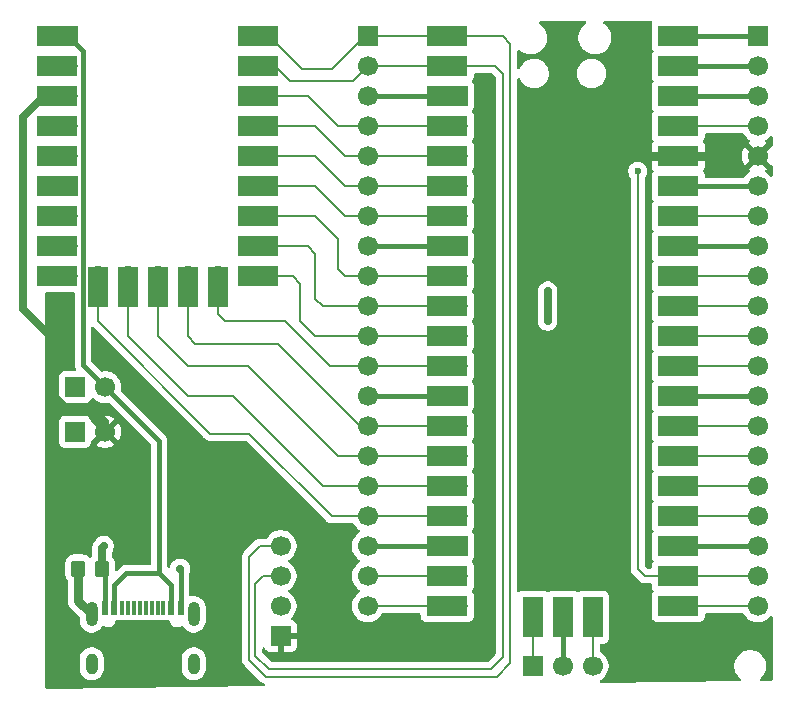
<source format=gbr>
%TF.GenerationSoftware,KiCad,Pcbnew,9.0.6*%
%TF.CreationDate,2025-11-14T19:52:51-08:00*%
%TF.ProjectId,SD-WSPICODB,53442d57-5350-4494-934f-44422e6b6963,R1.0*%
%TF.SameCoordinates,Original*%
%TF.FileFunction,Copper,L1,Top*%
%TF.FilePolarity,Positive*%
%FSLAX46Y46*%
G04 Gerber Fmt 4.6, Leading zero omitted, Abs format (unit mm)*
G04 Created by KiCad (PCBNEW 9.0.6) date 2025-11-14 19:52:51*
%MOMM*%
%LPD*%
G01*
G04 APERTURE LIST*
G04 Aperture macros list*
%AMRoundRect*
0 Rectangle with rounded corners*
0 $1 Rounding radius*
0 $2 $3 $4 $5 $6 $7 $8 $9 X,Y pos of 4 corners*
0 Add a 4 corners polygon primitive as box body*
4,1,4,$2,$3,$4,$5,$6,$7,$8,$9,$2,$3,0*
0 Add four circle primitives for the rounded corners*
1,1,$1+$1,$2,$3*
1,1,$1+$1,$4,$5*
1,1,$1+$1,$6,$7*
1,1,$1+$1,$8,$9*
0 Add four rect primitives between the rounded corners*
20,1,$1+$1,$2,$3,$4,$5,0*
20,1,$1+$1,$4,$5,$6,$7,0*
20,1,$1+$1,$6,$7,$8,$9,0*
20,1,$1+$1,$8,$9,$2,$3,0*%
G04 Aperture macros list end*
%TA.AperFunction,ComponentPad*%
%ADD10R,1.700000X1.700000*%
%TD*%
%TA.AperFunction,ComponentPad*%
%ADD11C,1.700000*%
%TD*%
%TA.AperFunction,ComponentPad*%
%ADD12O,1.700000X1.700000*%
%TD*%
%TA.AperFunction,SMDPad,CuDef*%
%ADD13R,3.500000X1.700000*%
%TD*%
%TA.AperFunction,SMDPad,CuDef*%
%ADD14R,1.700000X3.500000*%
%TD*%
%TA.AperFunction,SMDPad,CuDef*%
%ADD15RoundRect,0.250000X-0.350000X-0.450000X0.350000X-0.450000X0.350000X0.450000X-0.350000X0.450000X0*%
%TD*%
%TA.AperFunction,SMDPad,CuDef*%
%ADD16R,0.600000X1.150000*%
%TD*%
%TA.AperFunction,SMDPad,CuDef*%
%ADD17R,0.300000X1.150000*%
%TD*%
%TA.AperFunction,ComponentPad*%
%ADD18O,1.000000X1.800000*%
%TD*%
%TA.AperFunction,ComponentPad*%
%ADD19O,1.000000X2.100000*%
%TD*%
%TA.AperFunction,ViaPad*%
%ADD20C,0.600000*%
%TD*%
%TA.AperFunction,ViaPad*%
%ADD21C,0.711200*%
%TD*%
%TA.AperFunction,Conductor*%
%ADD22C,0.381000*%
%TD*%
%TA.AperFunction,Conductor*%
%ADD23C,0.635000*%
%TD*%
%TA.AperFunction,Conductor*%
%ADD24C,0.200000*%
%TD*%
%TA.AperFunction,Conductor*%
%ADD25C,0.762000*%
%TD*%
G04 APERTURE END LIST*
D10*
%TO.P,J4,1,Pin_1*%
%TO.N,GND*%
X71750000Y-80530000D03*
D11*
%TO.P,J4,2,Pin_2*%
%TO.N,VBUS*%
X74290000Y-80530000D03*
%TD*%
D12*
%TO.P,U2,1,GP0*%
%TO.N,/GPIO0*%
X86360000Y-50800000D03*
D13*
X87260000Y-50800000D03*
D12*
%TO.P,U2,2,GP1*%
%TO.N,/GPIO1*%
X86360000Y-53340000D03*
D13*
X87260000Y-53340000D03*
D10*
%TO.P,U2,3,GP2*%
%TO.N,/GPIO2*%
X86360000Y-55880000D03*
D13*
X87260000Y-55880000D03*
D12*
%TO.P,U2,4,GP3*%
%TO.N,/GPIO3*%
X86360000Y-58420000D03*
D13*
X87260000Y-58420000D03*
D12*
%TO.P,U2,5,GP4*%
%TO.N,/GPIO4*%
X86360000Y-60960000D03*
D13*
X87260000Y-60960000D03*
D12*
%TO.P,U2,6,GP5*%
%TO.N,/GPIO5*%
X86360000Y-63500000D03*
D13*
X87260000Y-63500000D03*
D12*
%TO.P,U2,7,GP6*%
%TO.N,/GPIO6*%
X86360000Y-66040000D03*
D13*
X87260000Y-66040000D03*
D10*
%TO.P,U2,8,GP7*%
%TO.N,/GPIO7*%
X86360000Y-68580000D03*
D13*
X87260000Y-68580000D03*
D12*
%TO.P,U2,9,GP8*%
%TO.N,/GPIO8*%
X86360000Y-71120000D03*
D13*
X87260000Y-71120000D03*
D12*
%TO.P,U2,10,GP9*%
%TO.N,/GPIO9*%
X83820000Y-71120000D03*
D14*
X83820000Y-72020000D03*
D12*
%TO.P,U2,11,GP10*%
%TO.N,/GPIO10*%
X81280000Y-71119999D03*
D14*
X81280000Y-72019999D03*
D12*
%TO.P,U2,12,GP11*%
%TO.N,/GPIO11*%
X78740000Y-71120001D03*
D14*
X78740000Y-72020001D03*
D12*
%TO.P,U2,13,GP12*%
%TO.N,/GPIO12*%
X76200000Y-71120000D03*
D14*
X76200000Y-72020000D03*
D12*
%TO.P,U2,14,GP13*%
%TO.N,/GPIO13*%
X73660000Y-71120000D03*
D14*
X73660000Y-72020000D03*
D12*
%TO.P,U2,15,GP14*%
%TO.N,/GPIO14*%
X71120000Y-71120000D03*
D13*
X70220000Y-71120000D03*
D12*
%TO.P,U2,16,GP15*%
%TO.N,/GPIO15*%
X71120000Y-68580000D03*
D13*
X70220000Y-68580000D03*
D12*
%TO.P,U2,17,GP26*%
%TO.N,/GPIO26*%
X71120000Y-66040000D03*
D13*
X70220000Y-66040000D03*
D10*
%TO.P,U2,18,GP27*%
%TO.N,/GPIO27*%
X71120000Y-63500000D03*
D13*
X70220000Y-63500000D03*
D12*
%TO.P,U2,19,GP28*%
%TO.N,/GPIO28*%
X71120000Y-60960000D03*
D13*
X70220000Y-60960000D03*
D12*
%TO.P,U2,20,GP29*%
%TO.N,/GP29_17*%
X71120000Y-58420000D03*
D13*
X70220000Y-58420000D03*
D12*
%TO.P,U2,21,3V3*%
%TO.N,/+3V3*%
X71120000Y-55880000D03*
D13*
X70220000Y-55880000D03*
D12*
%TO.P,U2,22,GND*%
%TO.N,GND*%
X71120000Y-53340000D03*
D13*
X70220000Y-53340000D03*
D10*
%TO.P,U2,23,VBUS*%
%TO.N,VBUS*%
X71120000Y-50800000D03*
D13*
X70220000Y-50800000D03*
%TD*%
D15*
%TO.P,R1,1*%
%TO.N,Net-(J5-SHIELD-PadSH1)*%
X72025000Y-95885000D03*
%TO.P,R1,2*%
%TO.N,GND*%
X74025000Y-95885000D03*
%TD*%
D10*
%TO.P,J1,1,Pin_1*%
%TO.N,/GPIO0*%
X96520000Y-50800000D03*
D11*
%TO.P,J1,2,Pin_2*%
%TO.N,/GPIO1*%
X96520000Y-53340000D03*
%TO.P,J1,3,Pin_3*%
%TO.N,GND*%
X96520000Y-55880000D03*
%TO.P,J1,4,Pin_4*%
%TO.N,/GPIO2*%
X96520000Y-58420000D03*
%TO.P,J1,5,Pin_5*%
%TO.N,/GPIO3*%
X96520000Y-60960000D03*
%TO.P,J1,6,Pin_6*%
%TO.N,/GPIO4*%
X96520000Y-63500000D03*
%TO.P,J1,7,Pin_7*%
%TO.N,/GPIO5*%
X96520000Y-66040000D03*
%TO.P,J1,8,Pin_8*%
%TO.N,GND*%
X96520000Y-68580000D03*
%TO.P,J1,9,Pin_9*%
%TO.N,/GPIO6*%
X96520000Y-71120000D03*
%TO.P,J1,10,Pin_10*%
%TO.N,/GPIO7*%
X96520000Y-73660000D03*
%TO.P,J1,11,Pin_11*%
%TO.N,/GPIO8*%
X96520000Y-76200000D03*
%TO.P,J1,12,Pin_12*%
%TO.N,/GPIO9*%
X96520000Y-78740000D03*
%TO.P,J1,13,Pin_13*%
%TO.N,GND*%
X96520000Y-81280000D03*
%TO.P,J1,14,Pin_14*%
%TO.N,/GPIO10*%
X96520000Y-83820000D03*
%TO.P,J1,15,Pin_15*%
%TO.N,/GPIO11*%
X96520000Y-86360000D03*
%TO.P,J1,16,Pin_16*%
%TO.N,/GPIO12*%
X96520000Y-88900000D03*
%TO.P,J1,17,Pin_17*%
%TO.N,/GPIO13*%
X96520000Y-91440000D03*
%TO.P,J1,18,Pin_18*%
%TO.N,GND*%
X96520000Y-93980000D03*
%TO.P,J1,19,Pin_19*%
%TO.N,/GPIO14*%
X96520000Y-96520000D03*
%TO.P,J1,20,Pin_20*%
%TO.N,/GPIO15*%
X96520000Y-99060000D03*
%TD*%
D12*
%TO.P,U1,1,GPIO0*%
%TO.N,/GPIO0*%
X104140000Y-50800000D03*
D13*
X103240000Y-50800000D03*
D12*
%TO.P,U1,2,GPIO1*%
%TO.N,/GPIO1*%
X104140000Y-53340000D03*
D13*
X103240000Y-53340000D03*
D10*
%TO.P,U1,3,GND*%
%TO.N,GND*%
X104140000Y-55880000D03*
D13*
X103240000Y-55880000D03*
D12*
%TO.P,U1,4,GPIO2*%
%TO.N,/GPIO2*%
X104140000Y-58420000D03*
D13*
X103240000Y-58420000D03*
D12*
%TO.P,U1,5,GPIO3*%
%TO.N,/GPIO3*%
X104140000Y-60960000D03*
D13*
X103240000Y-60960000D03*
D12*
%TO.P,U1,6,GPIO4*%
%TO.N,/GPIO4*%
X104140000Y-63500000D03*
D13*
X103240000Y-63500000D03*
D12*
%TO.P,U1,7,GPIO5*%
%TO.N,/GPIO5*%
X104140000Y-66040000D03*
D13*
X103240000Y-66040000D03*
D10*
%TO.P,U1,8,GND*%
%TO.N,GND*%
X104140000Y-68580000D03*
D13*
X103240000Y-68580000D03*
D12*
%TO.P,U1,9,GPIO6*%
%TO.N,/GPIO6*%
X104140000Y-71120000D03*
D13*
X103240000Y-71120000D03*
D12*
%TO.P,U1,10,GPIO7*%
%TO.N,/GPIO7*%
X104140000Y-73660000D03*
D13*
X103240000Y-73660000D03*
D12*
%TO.P,U1,11,GPIO8*%
%TO.N,/GPIO8*%
X104140000Y-76200000D03*
D13*
X103240000Y-76200000D03*
D12*
%TO.P,U1,12,GPIO9*%
%TO.N,/GPIO9*%
X104140000Y-78740000D03*
D13*
X103240000Y-78740000D03*
D10*
%TO.P,U1,13,GND*%
%TO.N,GND*%
X104140000Y-81280000D03*
D13*
X103240000Y-81280000D03*
D12*
%TO.P,U1,14,GPIO10*%
%TO.N,/GPIO10*%
X104140000Y-83820000D03*
D13*
X103240000Y-83820000D03*
D12*
%TO.P,U1,15,GPIO11*%
%TO.N,/GPIO11*%
X104140000Y-86360000D03*
D13*
X103240000Y-86360000D03*
D12*
%TO.P,U1,16,GPIO12*%
%TO.N,/GPIO12*%
X104140000Y-88900000D03*
D13*
X103240000Y-88900000D03*
D12*
%TO.P,U1,17,GPIO13*%
%TO.N,/GPIO13*%
X104140000Y-91440000D03*
D13*
X103240000Y-91440000D03*
D10*
%TO.P,U1,18,GND*%
%TO.N,GND*%
X104140000Y-93980000D03*
D13*
X103240000Y-93980000D03*
D12*
%TO.P,U1,19,GPIO14*%
%TO.N,/GPIO14*%
X104140000Y-96520000D03*
D13*
X103240000Y-96520000D03*
D12*
%TO.P,U1,20,GPIO15*%
%TO.N,/GPIO15*%
X104140000Y-99060000D03*
D13*
X103240000Y-99060000D03*
D12*
%TO.P,U1,21,GPIO16*%
%TO.N,/GPIO16*%
X121920000Y-99060000D03*
D13*
X122820000Y-99060000D03*
D12*
%TO.P,U1,22,GPIO17*%
%TO.N,/GP29_17*%
X121920000Y-96520000D03*
D13*
X122820000Y-96520000D03*
D10*
%TO.P,U1,23,GND*%
%TO.N,GND*%
X121920000Y-93980000D03*
D13*
X122820000Y-93980000D03*
D12*
%TO.P,U1,24,GPIO18*%
%TO.N,/GPIO18*%
X121920000Y-91440000D03*
D13*
X122820000Y-91440000D03*
D12*
%TO.P,U1,25,GPIO19*%
%TO.N,/GPIO19*%
X121920000Y-88900000D03*
D13*
X122820000Y-88900000D03*
D12*
%TO.P,U1,26,GPIO20*%
%TO.N,/GPIO20*%
X121920000Y-86360000D03*
D13*
X122820000Y-86360000D03*
D12*
%TO.P,U1,27,GPIO21*%
%TO.N,/GPIO21*%
X121920000Y-83820000D03*
D13*
X122820000Y-83820000D03*
D10*
%TO.P,U1,28,GND*%
%TO.N,GND*%
X121920000Y-81280000D03*
D13*
X122820000Y-81280000D03*
D12*
%TO.P,U1,29,GPIO22*%
%TO.N,/GPIO22*%
X121920000Y-78740000D03*
D13*
X122820000Y-78740000D03*
D12*
%TO.P,U1,30,RUN*%
%TO.N,/RUN*%
X121920000Y-76200000D03*
D13*
X122820000Y-76200000D03*
D12*
%TO.P,U1,31,GPIO26_ADC0*%
%TO.N,/GPIO26*%
X121920000Y-73660000D03*
D13*
X122820000Y-73660000D03*
D12*
%TO.P,U1,32,GPIO27_ADC1*%
%TO.N,/GPIO27*%
X121920000Y-71120000D03*
D13*
X122820000Y-71120000D03*
D10*
%TO.P,U1,33,AGND*%
%TO.N,/AGND*%
X121920000Y-68580000D03*
D13*
X122820000Y-68580000D03*
D12*
%TO.P,U1,34,GPIO28_ADC2*%
%TO.N,/GPIO28*%
X121920000Y-66040000D03*
D13*
X122820000Y-66040000D03*
D12*
%TO.P,U1,35,ADC_VREF*%
%TO.N,/ADC_VREF*%
X121920000Y-63500000D03*
D13*
X122820000Y-63500000D03*
D12*
%TO.P,U1,36,3V3*%
%TO.N,/+3V3*%
X121920000Y-60960000D03*
D13*
X122820000Y-60960000D03*
D12*
%TO.P,U1,37,3V3_EN*%
%TO.N,/3V3_EN*%
X121920000Y-58420000D03*
D13*
X122820000Y-58420000D03*
D10*
%TO.P,U1,38,GND*%
%TO.N,GND*%
X121920000Y-55880000D03*
D13*
X122820000Y-55880000D03*
D12*
%TO.P,U1,39,VSYS*%
%TO.N,/VSYS*%
X121920000Y-53340000D03*
D13*
X122820000Y-53340000D03*
D12*
%TO.P,U1,40,VBUS*%
%TO.N,VBUS*%
X121920000Y-50800000D03*
D13*
X122820000Y-50800000D03*
D12*
%TO.P,U1,D1,SWCLK*%
%TO.N,/SWCLK*%
X110494000Y-99100000D03*
D14*
X110494000Y-100000000D03*
D10*
%TO.P,U1,D2,GND*%
%TO.N,GND*%
X113034000Y-99100000D03*
D14*
X113034000Y-100000000D03*
D12*
%TO.P,U1,D3,SWDIO*%
%TO.N,/SWDIO*%
X115574000Y-99100000D03*
D14*
X115574000Y-100000000D03*
%TD*%
D10*
%TO.P,J8,1,Pin_1*%
%TO.N,VBUS*%
X129540000Y-50800000D03*
D11*
%TO.P,J8,2,Pin_2*%
%TO.N,/VSYS*%
X129540000Y-53340000D03*
%TO.P,J8,3,Pin_3*%
%TO.N,GND*%
X129540000Y-55880000D03*
%TO.P,J8,4,Pin_4*%
%TO.N,/3V3_EN*%
X129540000Y-58420000D03*
%TO.P,J8,5,Pin_5*%
%TO.N,/+3V3*%
X129540000Y-60960000D03*
%TO.P,J8,6,Pin_6*%
%TO.N,/ADC_VREF*%
X129540000Y-63500000D03*
%TO.P,J8,7,Pin_7*%
%TO.N,/GPIO28*%
X129540000Y-66040000D03*
%TO.P,J8,8,Pin_8*%
%TO.N,/AGND*%
X129540000Y-68580000D03*
%TO.P,J8,9,Pin_9*%
%TO.N,/GPIO27*%
X129540000Y-71120000D03*
%TO.P,J8,10,Pin_10*%
%TO.N,/GPIO26*%
X129540000Y-73660000D03*
%TO.P,J8,11,Pin_11*%
%TO.N,/RUN*%
X129540000Y-76200000D03*
%TO.P,J8,12,Pin_12*%
%TO.N,/GPIO22*%
X129540000Y-78740000D03*
%TO.P,J8,13,Pin_13*%
%TO.N,GND*%
X129540000Y-81280000D03*
%TO.P,J8,14,Pin_14*%
%TO.N,/GPIO21*%
X129540000Y-83820000D03*
%TO.P,J8,15,Pin_15*%
%TO.N,/GPIO20*%
X129540000Y-86360000D03*
%TO.P,J8,16,Pin_16*%
%TO.N,/GPIO19*%
X129540000Y-88900000D03*
%TO.P,J8,17,Pin_17*%
%TO.N,/GPIO18*%
X129540000Y-91440000D03*
%TO.P,J8,18,Pin_18*%
%TO.N,GND*%
X129540000Y-93980000D03*
%TO.P,J8,19,Pin_19*%
%TO.N,/GP29_17*%
X129540000Y-96520000D03*
%TO.P,J8,20,Pin_20*%
%TO.N,/GPIO16*%
X129540000Y-99060000D03*
%TD*%
D10*
%TO.P,J3,1,Pin_1*%
%TO.N,/SWCLK*%
X110490000Y-104140000D03*
D11*
%TO.P,J3,2,Pin_2*%
%TO.N,GND*%
X113030000Y-104140000D03*
%TO.P,J3,3,Pin_3*%
%TO.N,/SWDIO*%
X115569999Y-104140000D03*
%TD*%
D10*
%TO.P,J2,1,Pin_1*%
%TO.N,/+3V3*%
X89154000Y-101600000D03*
D11*
%TO.P,J2,2,Pin_2*%
%TO.N,GND*%
X89154000Y-99060000D03*
%TO.P,J2,3,Pin_3*%
%TO.N,/GPIO1*%
X89154000Y-96520001D03*
%TO.P,J2,4,Pin_4*%
%TO.N,/GPIO0*%
X89154000Y-93980000D03*
%TD*%
D10*
%TO.P,J6,1,Pin_1*%
%TO.N,GND*%
X71750000Y-84300000D03*
D11*
%TO.P,J6,2,Pin_2*%
%TO.N,/+3V3*%
X74290000Y-84300000D03*
%TD*%
D16*
%TO.P,J5,A1_B12,GND*%
%TO.N,GND*%
X74275000Y-99185000D03*
%TO.P,J5,A4_B9,VBUS*%
%TO.N,VBUS*%
X75075000Y-99185000D03*
D17*
%TO.P,J5,A5,CC1*%
%TO.N,unconnected-(J5-CC1-PadA5)*%
X76225000Y-99185000D03*
%TO.P,J5,A6,D+*%
%TO.N,unconnected-(J5-D+-PadA6)*%
X77225000Y-99185000D03*
%TO.P,J5,A7,D-*%
%TO.N,unconnected-(J5-D--PadA7)*%
X77725000Y-99185000D03*
%TO.P,J5,A8,SBU1*%
%TO.N,unconnected-(J5-SBU1-PadA8)*%
X78725000Y-99185000D03*
D16*
%TO.P,J5,B1_A12,GND*%
%TO.N,GND*%
X80675000Y-99185000D03*
%TO.P,J5,B4_A9,VBUS*%
%TO.N,VBUS*%
X79875000Y-99185000D03*
D17*
%TO.P,J5,B5,CC2*%
%TO.N,unconnected-(J5-CC2-PadB5)*%
X79225000Y-99185000D03*
%TO.P,J5,B6,D+*%
%TO.N,unconnected-(J5-D+-PadB6)*%
X78225000Y-99185000D03*
%TO.P,J5,B7,D-*%
%TO.N,unconnected-(J5-D--PadB7)*%
X76725000Y-99185000D03*
%TO.P,J5,B8,SBU2*%
%TO.N,unconnected-(J5-SBU2-PadB8)*%
X75725000Y-99185000D03*
D18*
%TO.P,J5,SH1,SHIELD*%
%TO.N,Net-(J5-SHIELD-PadSH1)*%
X73155000Y-103940000D03*
%TO.P,J5,SH2,SHIELD*%
X81795000Y-103940000D03*
D19*
%TO.P,J5,SH3,SHIELD*%
X73155000Y-99760000D03*
%TO.P,J5,SH4,SHIELD*%
X81795000Y-99760000D03*
%TD*%
D20*
%TO.N,GND*%
X111760000Y-74930000D03*
D21*
X74168000Y-93980000D03*
D20*
X111760000Y-72390000D03*
D21*
X80640000Y-95900000D03*
D20*
%TO.N,/GP29_17*%
X119380000Y-62230000D03*
%TO.N,/+3V3*%
X106426000Y-91440000D03*
X110109000Y-91440000D03*
X110109000Y-58420000D03*
X106426000Y-58420000D03*
%TD*%
D22*
%TO.N,GND*%
X104140000Y-68580000D02*
X96520000Y-68580000D01*
X80675000Y-95935000D02*
X80640000Y-95900000D01*
X104140000Y-93980000D02*
X96520000Y-93980000D01*
D23*
X111760000Y-72390000D02*
X111760000Y-74930000D01*
D22*
X80675000Y-99185000D02*
X80675000Y-95935000D01*
X121920000Y-55880000D02*
X129540000Y-55880000D01*
X104140000Y-81280000D02*
X96520000Y-81280000D01*
D23*
X74025000Y-95885000D02*
X74025000Y-94123000D01*
D22*
X113034000Y-99100000D02*
X113034000Y-104136000D01*
D23*
X74025000Y-94123000D02*
X74168000Y-93980000D01*
D22*
X74275000Y-95935000D02*
X74240000Y-95900000D01*
X74275000Y-99185000D02*
X74275000Y-95935000D01*
X104140000Y-55880000D02*
X96520000Y-55880000D01*
X73649000Y-95900000D02*
X74240000Y-95900000D01*
X121920000Y-93980000D02*
X129540000Y-93980000D01*
X121920000Y-81280000D02*
X129540000Y-81280000D01*
D24*
%TO.N,/GP29_17*%
X121920000Y-96520000D02*
X129540000Y-96520000D01*
X120015000Y-96520000D02*
X121920000Y-96520000D01*
X119380000Y-95885000D02*
X120015000Y-96520000D01*
X119380000Y-62230000D02*
X119380000Y-95885000D01*
%TO.N,/GPIO0*%
X108585000Y-103886000D02*
X107442000Y-105029000D01*
X107950000Y-50800000D02*
X108585000Y-51435000D01*
X86487000Y-103632000D02*
X86487000Y-94869000D01*
X104140000Y-50800000D02*
X107950000Y-50800000D01*
X93472000Y-53594000D02*
X90932000Y-53594000D01*
X86487000Y-94869000D02*
X87376000Y-93980000D01*
X87376000Y-93980000D02*
X89154000Y-93980000D01*
X96266000Y-50800000D02*
X93472000Y-53594000D01*
X90932000Y-53594000D02*
X88138000Y-50800000D01*
X108585000Y-51435000D02*
X108585000Y-103886000D01*
X107442000Y-105029000D02*
X87884000Y-105029000D01*
X87884000Y-105029000D02*
X86487000Y-103632000D01*
X104140000Y-50800000D02*
X96520000Y-50800000D01*
%TO.N,/GPIO4*%
X104140000Y-63500000D02*
X96520000Y-63500000D01*
X92075000Y-60960000D02*
X94615000Y-63500000D01*
X86360000Y-60960000D02*
X92075000Y-60960000D01*
X94615000Y-63500000D02*
X96520000Y-63500000D01*
%TO.N,/GPIO8*%
X90805000Y-71755000D02*
X90805000Y-74930000D01*
X104140000Y-76200000D02*
X96520000Y-76200000D01*
X86360000Y-71120000D02*
X90170000Y-71120000D01*
X90805000Y-74930000D02*
X92075000Y-76200000D01*
X92075000Y-76200000D02*
X96520000Y-76200000D01*
X90170000Y-71120000D02*
X90805000Y-71755000D01*
%TO.N,/GPIO5*%
X92075000Y-63500000D02*
X94615000Y-66040000D01*
X94615000Y-66040000D02*
X96520000Y-66040000D01*
X86360000Y-63500000D02*
X92075000Y-63500000D01*
X104140000Y-66040000D02*
X96520000Y-66040000D01*
%TO.N,/GPIO11*%
X93980000Y-86360000D02*
X96520000Y-86360000D01*
X86360000Y-78740000D02*
X93980000Y-86360000D01*
X104140000Y-86360000D02*
X96520000Y-86360000D01*
X78740000Y-76200000D02*
X81280000Y-78740000D01*
X81280000Y-78740000D02*
X86360000Y-78740000D01*
X78740000Y-71120001D02*
X78740000Y-76200000D01*
%TO.N,/GPIO1*%
X96520000Y-53340000D02*
X95250000Y-54610000D01*
X107950000Y-53975000D02*
X107950000Y-103378000D01*
X86995000Y-103251000D02*
X86995000Y-97155000D01*
X86995000Y-97155000D02*
X87630000Y-96520001D01*
X95250000Y-54610000D02*
X89916000Y-54610000D01*
X106934000Y-104394000D02*
X88138000Y-104394000D01*
X88138000Y-104394000D02*
X86995000Y-103251000D01*
X104140000Y-53340000D02*
X96520000Y-53340000D01*
X89916000Y-54610000D02*
X88646000Y-53340000D01*
X107950000Y-103378000D02*
X106934000Y-104394000D01*
X107315000Y-53340000D02*
X107950000Y-53975000D01*
X87630000Y-96520001D02*
X89154000Y-96520001D01*
X104140000Y-53340000D02*
X107315000Y-53340000D01*
%TO.N,/GPIO2*%
X93980000Y-58420000D02*
X91440000Y-55880000D01*
X91440000Y-55880000D02*
X86360000Y-55880000D01*
X96520000Y-58420000D02*
X93980000Y-58420000D01*
X104140000Y-58420000D02*
X96520000Y-58420000D01*
%TO.N,/GPIO10*%
X104140000Y-83820000D02*
X96520000Y-83820000D01*
X81280000Y-71119999D02*
X81280000Y-76200000D01*
X81915000Y-76835000D02*
X88900000Y-76835000D01*
X88900000Y-76835000D02*
X95885000Y-83820000D01*
X81280000Y-76200000D02*
X81915000Y-76835000D01*
%TO.N,/GPIO12*%
X104140000Y-88900000D02*
X96520000Y-88900000D01*
X92710000Y-88900000D02*
X96520000Y-88900000D01*
X81280000Y-81280000D02*
X85090000Y-81280000D01*
X85090000Y-81280000D02*
X92710000Y-88900000D01*
X76200000Y-76200000D02*
X81280000Y-81280000D01*
X76200000Y-71120000D02*
X76200000Y-76200000D01*
%TO.N,/GPIO13*%
X104140000Y-91440000D02*
X96520000Y-91440000D01*
X73660000Y-74930000D02*
X83185000Y-84455000D01*
X93472000Y-91440000D02*
X96520000Y-91440000D01*
X86487000Y-84455000D02*
X93472000Y-91440000D01*
X83185000Y-84455000D02*
X86487000Y-84455000D01*
X73660000Y-71120000D02*
X73660000Y-74930000D01*
%TO.N,/GPIO9*%
X93345000Y-78740000D02*
X96520000Y-78740000D01*
X83820000Y-74295000D02*
X84455000Y-74930000D01*
X104140000Y-78740000D02*
X96520000Y-78740000D01*
X83820000Y-71120000D02*
X83820000Y-74295000D01*
X84455000Y-74930000D02*
X89535000Y-74930000D01*
X89535000Y-74930000D02*
X93345000Y-78740000D01*
%TO.N,/GPIO3*%
X92075000Y-58420000D02*
X94615000Y-60960000D01*
X104140000Y-60960000D02*
X96520000Y-60960000D01*
X86360000Y-58420000D02*
X92075000Y-58420000D01*
X94615000Y-60960000D02*
X96520000Y-60960000D01*
%TO.N,/GPIO7*%
X92075000Y-69215000D02*
X92075000Y-73025000D01*
X104140000Y-73660000D02*
X96520000Y-73660000D01*
X92710000Y-73660000D02*
X96520000Y-73660000D01*
X91440000Y-68580000D02*
X92075000Y-69215000D01*
X92075000Y-73025000D02*
X92710000Y-73660000D01*
X86360000Y-68580000D02*
X91440000Y-68580000D01*
%TO.N,/GPIO6*%
X93980000Y-70485000D02*
X94615000Y-71120000D01*
X93980000Y-67945000D02*
X93980000Y-70485000D01*
X92075000Y-66040000D02*
X93980000Y-67945000D01*
X94615000Y-71120000D02*
X96520000Y-71120000D01*
X104140000Y-71120000D02*
X96520000Y-71120000D01*
X86360000Y-66040000D02*
X92075000Y-66040000D01*
%TO.N,/GPIO14*%
X104140000Y-96520000D02*
X96520000Y-96520000D01*
%TO.N,/GPIO15*%
X104140000Y-99060000D02*
X96520000Y-99060000D01*
%TO.N,/SWCLK*%
X110494000Y-99100000D02*
X110494000Y-104136000D01*
%TO.N,/SWDIO*%
X115574000Y-99100000D02*
X115574000Y-104135999D01*
D22*
%TO.N,VBUS*%
X74290000Y-80530000D02*
X78867000Y-85107000D01*
X121920000Y-50800000D02*
X129540000Y-50800000D01*
X78867000Y-85107000D02*
X78867000Y-96266000D01*
X75075000Y-97300000D02*
X75075000Y-99185000D01*
X76073000Y-96266000D02*
X75057000Y-97282000D01*
X72402600Y-52082600D02*
X71120000Y-50800000D01*
X78867000Y-96266000D02*
X76073000Y-96266000D01*
X72402600Y-78642600D02*
X72402600Y-52082600D01*
X79875000Y-97274000D02*
X78867000Y-96266000D01*
X79875000Y-99185000D02*
X79875000Y-97274000D01*
X75057000Y-97282000D02*
X75075000Y-97300000D01*
X74290000Y-80530000D02*
X72402600Y-78642600D01*
D25*
%TO.N,/+3V3*%
X121920000Y-60960000D02*
X126492000Y-60960000D01*
D23*
X74290000Y-83434000D02*
X74290000Y-84300000D01*
X71120000Y-82423000D02*
X73279000Y-82423000D01*
X67310000Y-73914000D02*
X69850000Y-76454000D01*
X69850000Y-76454000D02*
X69850000Y-81153000D01*
X73279000Y-82423000D02*
X74290000Y-83434000D01*
D25*
X121920000Y-60960000D02*
X120142000Y-60960000D01*
D23*
X67310000Y-57686600D02*
X67310000Y-73914000D01*
D25*
X120142000Y-60960000D02*
X119888000Y-60706000D01*
D23*
X69116600Y-55880000D02*
X67310000Y-57686600D01*
X69850000Y-81153000D02*
X71120000Y-82423000D01*
D24*
%TO.N,/GPIO26*%
X121920000Y-73660000D02*
X129540000Y-73660000D01*
%TO.N,/GPIO19*%
X121920000Y-88900000D02*
X129540000Y-88900000D01*
%TO.N,/GPIO20*%
X121920000Y-86360000D02*
X129540000Y-86360000D01*
%TO.N,/GPIO28*%
X121920000Y-66040000D02*
X129540000Y-66040000D01*
%TO.N,/RUN*%
X121920000Y-76200000D02*
X129540000Y-76200000D01*
%TO.N,/GPIO16*%
X121920000Y-99060000D02*
X129540000Y-99060000D01*
%TO.N,/GPIO27*%
X121920000Y-71120000D02*
X129540000Y-71120000D01*
%TO.N,/GPIO18*%
X121920000Y-91440000D02*
X129540000Y-91440000D01*
%TO.N,/3V3_EN*%
X121920000Y-58420000D02*
X129540000Y-58420000D01*
%TO.N,/GPIO21*%
X121920000Y-83820000D02*
X129540000Y-83820000D01*
D22*
%TO.N,/ADC_VREF*%
X121920000Y-63500000D02*
X129540000Y-63500000D01*
%TO.N,/AGND*%
X121920000Y-68580000D02*
X129540000Y-68580000D01*
%TO.N,/VSYS*%
X121920000Y-53340000D02*
X129540000Y-53340000D01*
D24*
%TO.N,/GPIO22*%
X121920000Y-78740000D02*
X129540000Y-78740000D01*
D25*
%TO.N,Net-(J5-SHIELD-PadSH1)*%
X72025000Y-98630000D02*
X72025000Y-95885000D01*
X73155000Y-99760000D02*
X72025000Y-98630000D01*
%TD*%
%TA.AperFunction,Conductor*%
%TO.N,/+3V3*%
G36*
X107081942Y-53960185D02*
G01*
X107102584Y-53976819D01*
X107313181Y-54187416D01*
X107346666Y-54248739D01*
X107349500Y-54275097D01*
X107349500Y-103077903D01*
X107329815Y-103144942D01*
X107313181Y-103165584D01*
X106721584Y-103757181D01*
X106660261Y-103790666D01*
X106633903Y-103793500D01*
X88438097Y-103793500D01*
X88371058Y-103773815D01*
X88350416Y-103757181D01*
X87631819Y-103038584D01*
X87598334Y-102977261D01*
X87595500Y-102950903D01*
X87595500Y-102668488D01*
X87615185Y-102601449D01*
X87667989Y-102555694D01*
X87737147Y-102545750D01*
X87800703Y-102574775D01*
X87835682Y-102625155D01*
X87860645Y-102692086D01*
X87860649Y-102692093D01*
X87946809Y-102807187D01*
X87946812Y-102807190D01*
X88061906Y-102893350D01*
X88061913Y-102893354D01*
X88196620Y-102943596D01*
X88196627Y-102943598D01*
X88256155Y-102949999D01*
X88256172Y-102950000D01*
X88904000Y-102950000D01*
X88904000Y-102033012D01*
X88961007Y-102065925D01*
X89088174Y-102100000D01*
X89219826Y-102100000D01*
X89346993Y-102065925D01*
X89404000Y-102033012D01*
X89404000Y-102950000D01*
X90051828Y-102950000D01*
X90051844Y-102949999D01*
X90111372Y-102943598D01*
X90111379Y-102943596D01*
X90246086Y-102893354D01*
X90246093Y-102893350D01*
X90361187Y-102807190D01*
X90361190Y-102807187D01*
X90447350Y-102692093D01*
X90447354Y-102692086D01*
X90497596Y-102557379D01*
X90497598Y-102557372D01*
X90503999Y-102497844D01*
X90504000Y-102497827D01*
X90504000Y-101850000D01*
X89587012Y-101850000D01*
X89619925Y-101792993D01*
X89654000Y-101665826D01*
X89654000Y-101534174D01*
X89619925Y-101407007D01*
X89587012Y-101350000D01*
X90504000Y-101350000D01*
X90504000Y-100702172D01*
X90503999Y-100702155D01*
X90497598Y-100642627D01*
X90497596Y-100642620D01*
X90447354Y-100507913D01*
X90447350Y-100507906D01*
X90361190Y-100392812D01*
X90361187Y-100392809D01*
X90246093Y-100306649D01*
X90246088Y-100306646D01*
X90114528Y-100257577D01*
X90058595Y-100215705D01*
X90034178Y-100150241D01*
X90049030Y-100081968D01*
X90070175Y-100053720D01*
X90184104Y-99939792D01*
X90309051Y-99767816D01*
X90405557Y-99578412D01*
X90471246Y-99376243D01*
X90504500Y-99166287D01*
X90504500Y-98953713D01*
X90471246Y-98743757D01*
X90405557Y-98541588D01*
X90309051Y-98352184D01*
X90309049Y-98352181D01*
X90309048Y-98352179D01*
X90184109Y-98180213D01*
X90033786Y-98029890D01*
X89861817Y-97904949D01*
X89853054Y-97900484D01*
X89802258Y-97852509D01*
X89785464Y-97784688D01*
X89808002Y-97718553D01*
X89853058Y-97679514D01*
X89861816Y-97675052D01*
X89949173Y-97611584D01*
X90033786Y-97550110D01*
X90033788Y-97550107D01*
X90033792Y-97550105D01*
X90184104Y-97399793D01*
X90184106Y-97399789D01*
X90184109Y-97399787D01*
X90309048Y-97227821D01*
X90309049Y-97227820D01*
X90309051Y-97227817D01*
X90405557Y-97038413D01*
X90471246Y-96836244D01*
X90504500Y-96626288D01*
X90504500Y-96413714D01*
X90471246Y-96203758D01*
X90405557Y-96001589D01*
X90309051Y-95812185D01*
X90309049Y-95812182D01*
X90309048Y-95812180D01*
X90184109Y-95640214D01*
X90033786Y-95489891D01*
X89861817Y-95364950D01*
X89853052Y-95360484D01*
X89802257Y-95312509D01*
X89785462Y-95244688D01*
X89808000Y-95178553D01*
X89853056Y-95139514D01*
X89861816Y-95135051D01*
X89861818Y-95135049D01*
X89861821Y-95135048D01*
X90033786Y-95010109D01*
X90033788Y-95010106D01*
X90033792Y-95010104D01*
X90184104Y-94859792D01*
X90184106Y-94859788D01*
X90184109Y-94859786D01*
X90303831Y-94695001D01*
X90309051Y-94687816D01*
X90405557Y-94498412D01*
X90471246Y-94296243D01*
X90504500Y-94086287D01*
X90504500Y-93873713D01*
X90471246Y-93663757D01*
X90405557Y-93461588D01*
X90309051Y-93272184D01*
X90309049Y-93272181D01*
X90309048Y-93272179D01*
X90184109Y-93100213D01*
X90033786Y-92949890D01*
X89861820Y-92824951D01*
X89672414Y-92728444D01*
X89672413Y-92728443D01*
X89672412Y-92728443D01*
X89470243Y-92662754D01*
X89470241Y-92662753D01*
X89470240Y-92662753D01*
X89308957Y-92637208D01*
X89260287Y-92629500D01*
X89047713Y-92629500D01*
X88999042Y-92637208D01*
X88837760Y-92662753D01*
X88635585Y-92728444D01*
X88446179Y-92824951D01*
X88274213Y-92949890D01*
X88123890Y-93100213D01*
X87998948Y-93272184D01*
X87998947Y-93272185D01*
X87978765Y-93311795D01*
X87930791Y-93362591D01*
X87868281Y-93379500D01*
X87462669Y-93379500D01*
X87462653Y-93379499D01*
X87455057Y-93379499D01*
X87296943Y-93379499D01*
X87189587Y-93408265D01*
X87144210Y-93420424D01*
X87144209Y-93420425D01*
X87104651Y-93443265D01*
X87104649Y-93443266D01*
X87007290Y-93499475D01*
X87007282Y-93499481D01*
X86006481Y-94500282D01*
X86006475Y-94500290D01*
X85960168Y-94580498D01*
X85960168Y-94580499D01*
X85927423Y-94637214D01*
X85927423Y-94637215D01*
X85886499Y-94789943D01*
X85886499Y-94789945D01*
X85886499Y-94958046D01*
X85886500Y-94958059D01*
X85886500Y-103545330D01*
X85886499Y-103545348D01*
X85886499Y-103711054D01*
X85886498Y-103711054D01*
X85886499Y-103711057D01*
X85916697Y-103823757D01*
X85927423Y-103863784D01*
X85927424Y-103863788D01*
X85956114Y-103913481D01*
X85956115Y-103913481D01*
X86006477Y-104000712D01*
X86006481Y-104000717D01*
X86125349Y-104119585D01*
X86125355Y-104119590D01*
X87399139Y-105393374D01*
X87399149Y-105393385D01*
X87403479Y-105397715D01*
X87403480Y-105397716D01*
X87515284Y-105509520D01*
X87515286Y-105509521D01*
X87515290Y-105509524D01*
X87643765Y-105583698D01*
X87652216Y-105588577D01*
X87734510Y-105610627D01*
X87794168Y-105646990D01*
X87824698Y-105709837D01*
X87816404Y-105779213D01*
X87771919Y-105833091D01*
X87705367Y-105854366D01*
X87703693Y-105854394D01*
X69340278Y-106043708D01*
X69273039Y-106024716D01*
X69226743Y-105972386D01*
X69215000Y-105919715D01*
X69215000Y-104438543D01*
X72154499Y-104438543D01*
X72192947Y-104631829D01*
X72192950Y-104631839D01*
X72268364Y-104813907D01*
X72268371Y-104813920D01*
X72377860Y-104977781D01*
X72377863Y-104977785D01*
X72517214Y-105117136D01*
X72517218Y-105117139D01*
X72681079Y-105226628D01*
X72681092Y-105226635D01*
X72827485Y-105287272D01*
X72863165Y-105302051D01*
X72863169Y-105302051D01*
X72863170Y-105302052D01*
X73056456Y-105340500D01*
X73056459Y-105340500D01*
X73253543Y-105340500D01*
X73383582Y-105314632D01*
X73446835Y-105302051D01*
X73628914Y-105226632D01*
X73792782Y-105117139D01*
X73932139Y-104977782D01*
X74041632Y-104813914D01*
X74117051Y-104631835D01*
X74129632Y-104568582D01*
X74155500Y-104438543D01*
X80794499Y-104438543D01*
X80832947Y-104631829D01*
X80832950Y-104631839D01*
X80908364Y-104813907D01*
X80908371Y-104813920D01*
X81017860Y-104977781D01*
X81017863Y-104977785D01*
X81157214Y-105117136D01*
X81157218Y-105117139D01*
X81321079Y-105226628D01*
X81321092Y-105226635D01*
X81467485Y-105287272D01*
X81503165Y-105302051D01*
X81503169Y-105302051D01*
X81503170Y-105302052D01*
X81696456Y-105340500D01*
X81696459Y-105340500D01*
X81893543Y-105340500D01*
X82023582Y-105314632D01*
X82086835Y-105302051D01*
X82268914Y-105226632D01*
X82432782Y-105117139D01*
X82572139Y-104977782D01*
X82681632Y-104813914D01*
X82757051Y-104631835D01*
X82769632Y-104568582D01*
X82795500Y-104438543D01*
X82795500Y-103441456D01*
X82757052Y-103248170D01*
X82757051Y-103248169D01*
X82757051Y-103248165D01*
X82714295Y-103144942D01*
X82681635Y-103066092D01*
X82681628Y-103066079D01*
X82572139Y-102902218D01*
X82572136Y-102902214D01*
X82432785Y-102762863D01*
X82432781Y-102762860D01*
X82268920Y-102653371D01*
X82268907Y-102653364D01*
X82086839Y-102577950D01*
X82086829Y-102577947D01*
X81893543Y-102539500D01*
X81893541Y-102539500D01*
X81696459Y-102539500D01*
X81696457Y-102539500D01*
X81503170Y-102577947D01*
X81503160Y-102577950D01*
X81321092Y-102653364D01*
X81321079Y-102653371D01*
X81157218Y-102762860D01*
X81157214Y-102762863D01*
X81017863Y-102902214D01*
X81017860Y-102902218D01*
X80908371Y-103066079D01*
X80908364Y-103066092D01*
X80832950Y-103248160D01*
X80832947Y-103248170D01*
X80794500Y-103441456D01*
X80794500Y-103441459D01*
X80794500Y-104438541D01*
X80794500Y-104438543D01*
X80794499Y-104438543D01*
X74155500Y-104438543D01*
X74155500Y-103441456D01*
X74117052Y-103248170D01*
X74117051Y-103248169D01*
X74117051Y-103248165D01*
X74074295Y-103144942D01*
X74041635Y-103066092D01*
X74041628Y-103066079D01*
X73932139Y-102902218D01*
X73932136Y-102902214D01*
X73792785Y-102762863D01*
X73792781Y-102762860D01*
X73628920Y-102653371D01*
X73628907Y-102653364D01*
X73446839Y-102577950D01*
X73446829Y-102577947D01*
X73253543Y-102539500D01*
X73253541Y-102539500D01*
X73056459Y-102539500D01*
X73056457Y-102539500D01*
X72863170Y-102577947D01*
X72863160Y-102577950D01*
X72681092Y-102653364D01*
X72681079Y-102653371D01*
X72517218Y-102762860D01*
X72517214Y-102762863D01*
X72377863Y-102902214D01*
X72377860Y-102902218D01*
X72268371Y-103066079D01*
X72268364Y-103066092D01*
X72192950Y-103248160D01*
X72192947Y-103248170D01*
X72154500Y-103441456D01*
X72154500Y-103441459D01*
X72154500Y-104438541D01*
X72154500Y-104438543D01*
X72154499Y-104438543D01*
X69215000Y-104438543D01*
X69215000Y-83402135D01*
X70399500Y-83402135D01*
X70399500Y-85197870D01*
X70399501Y-85197876D01*
X70405908Y-85257483D01*
X70456202Y-85392328D01*
X70456206Y-85392335D01*
X70542452Y-85507544D01*
X70542455Y-85507547D01*
X70657664Y-85593793D01*
X70657671Y-85593797D01*
X70792517Y-85644091D01*
X70792516Y-85644091D01*
X70799444Y-85644835D01*
X70852127Y-85650500D01*
X72647872Y-85650499D01*
X72707483Y-85644091D01*
X72842331Y-85593796D01*
X72957546Y-85507546D01*
X73043796Y-85392331D01*
X73094091Y-85257483D01*
X73100500Y-85197873D01*
X73100499Y-85173979D01*
X73103330Y-85160963D01*
X73113940Y-85141525D01*
X73120179Y-85120275D01*
X73136803Y-85099643D01*
X73136808Y-85099636D01*
X73136811Y-85099634D01*
X73136818Y-85099626D01*
X73807037Y-84429408D01*
X73824075Y-84492993D01*
X73889901Y-84607007D01*
X73982993Y-84700099D01*
X74097007Y-84765925D01*
X74160590Y-84782962D01*
X73528282Y-85415269D01*
X73528282Y-85415270D01*
X73582449Y-85454624D01*
X73771782Y-85551095D01*
X73973870Y-85616757D01*
X74183754Y-85650000D01*
X74396246Y-85650000D01*
X74606127Y-85616757D01*
X74606130Y-85616757D01*
X74808217Y-85551095D01*
X74997554Y-85454622D01*
X75051716Y-85415270D01*
X75051717Y-85415270D01*
X74419408Y-84782962D01*
X74482993Y-84765925D01*
X74597007Y-84700099D01*
X74690099Y-84607007D01*
X74755925Y-84492993D01*
X74772962Y-84429408D01*
X75405270Y-85061717D01*
X75405270Y-85061716D01*
X75444622Y-85007554D01*
X75541095Y-84818217D01*
X75606757Y-84616130D01*
X75606757Y-84616127D01*
X75640000Y-84406246D01*
X75640000Y-84193753D01*
X75606757Y-83983872D01*
X75606757Y-83983869D01*
X75541095Y-83781782D01*
X75444624Y-83592449D01*
X75405270Y-83538282D01*
X75405269Y-83538282D01*
X74772962Y-84170590D01*
X74755925Y-84107007D01*
X74690099Y-83992993D01*
X74597007Y-83899901D01*
X74482993Y-83834075D01*
X74419409Y-83817037D01*
X75051716Y-83184728D01*
X74997550Y-83145375D01*
X74808217Y-83048904D01*
X74606129Y-82983242D01*
X74396246Y-82950000D01*
X74183754Y-82950000D01*
X73973872Y-82983242D01*
X73973869Y-82983242D01*
X73771782Y-83048904D01*
X73582439Y-83145380D01*
X73528282Y-83184727D01*
X73528282Y-83184728D01*
X74160591Y-83817037D01*
X74097007Y-83834075D01*
X73982993Y-83899901D01*
X73889901Y-83992993D01*
X73824075Y-84107007D01*
X73807037Y-84170591D01*
X73136818Y-83500372D01*
X73103333Y-83439049D01*
X73103330Y-83439036D01*
X73100499Y-83426015D01*
X73100499Y-83402128D01*
X73094091Y-83342517D01*
X73048209Y-83219500D01*
X73043798Y-83207673D01*
X73043793Y-83207664D01*
X72957547Y-83092455D01*
X72957544Y-83092452D01*
X72842335Y-83006206D01*
X72842328Y-83006202D01*
X72707482Y-82955908D01*
X72707483Y-82955908D01*
X72647883Y-82949501D01*
X72647881Y-82949500D01*
X72647873Y-82949500D01*
X72647864Y-82949500D01*
X70852129Y-82949500D01*
X70852123Y-82949501D01*
X70792516Y-82955908D01*
X70657671Y-83006202D01*
X70657664Y-83006206D01*
X70542455Y-83092452D01*
X70542452Y-83092455D01*
X70456206Y-83207664D01*
X70456202Y-83207671D01*
X70405908Y-83342517D01*
X70399501Y-83402116D01*
X70399500Y-83402135D01*
X69215000Y-83402135D01*
X69215000Y-72594499D01*
X69234685Y-72527460D01*
X69287489Y-72481705D01*
X69338997Y-72470499D01*
X71013708Y-72470499D01*
X71013713Y-72470500D01*
X71226287Y-72470500D01*
X71226291Y-72470499D01*
X71587600Y-72470499D01*
X71654639Y-72490184D01*
X71700394Y-72542988D01*
X71711600Y-72594499D01*
X71711600Y-78574543D01*
X71711600Y-78710657D01*
X71711600Y-78710659D01*
X71711599Y-78710659D01*
X71738153Y-78844151D01*
X71738156Y-78844161D01*
X71790242Y-78969907D01*
X71790244Y-78969911D01*
X71801402Y-78986610D01*
X71822279Y-79053288D01*
X71803794Y-79120668D01*
X71751815Y-79167357D01*
X71698299Y-79179500D01*
X70852129Y-79179500D01*
X70852123Y-79179501D01*
X70792516Y-79185908D01*
X70657671Y-79236202D01*
X70657664Y-79236206D01*
X70542455Y-79322452D01*
X70542452Y-79322455D01*
X70456206Y-79437664D01*
X70456202Y-79437671D01*
X70405908Y-79572517D01*
X70399501Y-79632116D01*
X70399500Y-79632135D01*
X70399500Y-81427870D01*
X70399501Y-81427876D01*
X70405908Y-81487483D01*
X70456202Y-81622328D01*
X70456206Y-81622335D01*
X70542452Y-81737544D01*
X70542455Y-81737547D01*
X70657664Y-81823793D01*
X70657671Y-81823797D01*
X70792517Y-81874091D01*
X70792516Y-81874091D01*
X70799444Y-81874835D01*
X70852127Y-81880500D01*
X72647872Y-81880499D01*
X72707483Y-81874091D01*
X72842331Y-81823796D01*
X72957546Y-81737546D01*
X73043796Y-81622331D01*
X73092810Y-81490916D01*
X73134681Y-81434984D01*
X73200145Y-81410566D01*
X73268418Y-81425417D01*
X73296673Y-81446569D01*
X73410213Y-81560109D01*
X73582179Y-81685048D01*
X73582181Y-81685049D01*
X73582184Y-81685051D01*
X73771588Y-81781557D01*
X73973757Y-81847246D01*
X74183713Y-81880500D01*
X74183714Y-81880500D01*
X74396286Y-81880500D01*
X74396287Y-81880500D01*
X74564369Y-81853878D01*
X74633662Y-81862832D01*
X74671448Y-81888670D01*
X78139681Y-85356903D01*
X78173166Y-85418226D01*
X78176000Y-85444584D01*
X78176000Y-95451000D01*
X78156315Y-95518039D01*
X78103511Y-95563794D01*
X78052000Y-95575000D01*
X76004940Y-95575000D01*
X75871448Y-95601553D01*
X75871438Y-95601556D01*
X75745695Y-95653640D01*
X75745682Y-95653647D01*
X75632514Y-95729264D01*
X75632510Y-95729267D01*
X75337180Y-96024597D01*
X75275857Y-96058082D01*
X75206165Y-96053098D01*
X75150232Y-96011226D01*
X75125815Y-95945762D01*
X75125499Y-95936916D01*
X75125499Y-95384998D01*
X75125498Y-95384981D01*
X75114999Y-95282203D01*
X75114998Y-95282200D01*
X75099365Y-95235023D01*
X75059814Y-95115666D01*
X74967712Y-94966344D01*
X74879319Y-94877951D01*
X74864615Y-94851023D01*
X74848023Y-94825205D01*
X74847131Y-94819004D01*
X74845834Y-94816628D01*
X74843000Y-94790270D01*
X74843000Y-94548345D01*
X74862685Y-94481306D01*
X74863898Y-94479454D01*
X74926662Y-94385521D01*
X74926662Y-94385520D01*
X74926666Y-94385515D01*
X74991200Y-94229715D01*
X75019730Y-94086287D01*
X75024100Y-94064320D01*
X75024100Y-93895679D01*
X74991201Y-93730290D01*
X74991200Y-93730289D01*
X74991200Y-93730285D01*
X74963645Y-93663760D01*
X74926669Y-93574491D01*
X74926662Y-93574478D01*
X74832976Y-93434268D01*
X74832973Y-93434264D01*
X74713735Y-93315026D01*
X74713731Y-93315023D01*
X74573521Y-93221337D01*
X74573508Y-93221330D01*
X74417719Y-93156801D01*
X74417709Y-93156798D01*
X74252320Y-93123900D01*
X74252318Y-93123900D01*
X74083682Y-93123900D01*
X74083680Y-93123900D01*
X73918290Y-93156798D01*
X73918280Y-93156801D01*
X73762491Y-93221330D01*
X73762478Y-93221337D01*
X73622268Y-93315023D01*
X73622264Y-93315026D01*
X73503025Y-93434265D01*
X73484771Y-93461585D01*
X73409334Y-93574485D01*
X73409332Y-93574488D01*
X73405952Y-93579548D01*
X73405646Y-93579343D01*
X73392974Y-93596429D01*
X73393483Y-93596846D01*
X73389616Y-93601557D01*
X73300098Y-93735528D01*
X73282323Y-93778443D01*
X73238435Y-93884397D01*
X73238433Y-93884405D01*
X73207000Y-94042429D01*
X73207000Y-94790270D01*
X73198355Y-94819710D01*
X73191832Y-94849697D01*
X73188077Y-94854712D01*
X73187315Y-94857309D01*
X73170681Y-94877951D01*
X73112681Y-94935951D01*
X73051358Y-94969436D01*
X72981666Y-94964452D01*
X72937319Y-94935951D01*
X72843657Y-94842289D01*
X72843656Y-94842288D01*
X72694334Y-94750186D01*
X72527797Y-94695001D01*
X72527795Y-94695000D01*
X72425010Y-94684500D01*
X71624998Y-94684500D01*
X71624980Y-94684501D01*
X71522203Y-94695000D01*
X71522200Y-94695001D01*
X71355668Y-94750185D01*
X71355663Y-94750187D01*
X71206342Y-94842289D01*
X71082289Y-94966342D01*
X70990187Y-95115663D01*
X70990185Y-95115668D01*
X70966367Y-95187546D01*
X70935001Y-95282203D01*
X70935001Y-95282204D01*
X70935000Y-95282204D01*
X70924500Y-95384983D01*
X70924500Y-96385001D01*
X70924501Y-96385019D01*
X70935000Y-96487796D01*
X70935001Y-96487799D01*
X70990185Y-96654331D01*
X70990187Y-96654336D01*
X71082289Y-96803657D01*
X71107181Y-96828549D01*
X71140666Y-96889872D01*
X71143500Y-96916230D01*
X71143500Y-98543179D01*
X71143500Y-98716821D01*
X71143500Y-98716823D01*
X71143499Y-98716823D01*
X71177374Y-98887118D01*
X71177377Y-98887128D01*
X71243822Y-99047543D01*
X71340295Y-99191926D01*
X71340296Y-99191927D01*
X72118181Y-99969810D01*
X72151666Y-100031133D01*
X72154500Y-100057491D01*
X72154500Y-100408541D01*
X72154500Y-100408543D01*
X72154499Y-100408543D01*
X72192947Y-100601829D01*
X72192950Y-100601839D01*
X72268364Y-100783907D01*
X72268371Y-100783920D01*
X72377860Y-100947781D01*
X72377863Y-100947785D01*
X72517214Y-101087136D01*
X72517218Y-101087139D01*
X72681079Y-101196628D01*
X72681092Y-101196635D01*
X72863160Y-101272049D01*
X72863165Y-101272051D01*
X72863169Y-101272051D01*
X72863170Y-101272052D01*
X73056456Y-101310500D01*
X73056459Y-101310500D01*
X73253543Y-101310500D01*
X73383582Y-101284632D01*
X73446835Y-101272051D01*
X73628914Y-101196632D01*
X73792782Y-101087139D01*
X73932139Y-100947782D01*
X74041632Y-100783914D01*
X74045540Y-100774478D01*
X74089376Y-100720074D01*
X74155669Y-100698004D01*
X74223369Y-100715279D01*
X74228028Y-100718432D01*
X74231633Y-100720513D01*
X74231635Y-100720515D01*
X74362865Y-100796281D01*
X74509234Y-100835500D01*
X74509236Y-100835500D01*
X74660764Y-100835500D01*
X74660766Y-100835500D01*
X74807135Y-100796281D01*
X74938365Y-100720515D01*
X75045515Y-100613365D01*
X75121281Y-100482135D01*
X75156041Y-100352404D01*
X75169771Y-100329879D01*
X75180138Y-100305621D01*
X75187669Y-100300515D01*
X75192406Y-100292745D01*
X75216136Y-100281217D01*
X75237972Y-100266415D01*
X75250707Y-100264424D01*
X75255253Y-100262216D01*
X75272773Y-100260536D01*
X75274280Y-100260499D01*
X75422872Y-100260499D01*
X75466846Y-100255771D01*
X75471958Y-100255646D01*
X75474481Y-100256320D01*
X75488252Y-100256320D01*
X75527127Y-100260500D01*
X75922872Y-100260499D01*
X75922873Y-100260498D01*
X75922885Y-100260498D01*
X75961744Y-100256320D01*
X75988252Y-100256320D01*
X76027127Y-100260500D01*
X76422872Y-100260499D01*
X76422873Y-100260498D01*
X76422885Y-100260498D01*
X76461744Y-100256320D01*
X76488252Y-100256320D01*
X76527127Y-100260500D01*
X76922872Y-100260499D01*
X76922873Y-100260498D01*
X76922885Y-100260498D01*
X76961744Y-100256320D01*
X76988252Y-100256320D01*
X77027127Y-100260500D01*
X77422872Y-100260499D01*
X77422873Y-100260498D01*
X77422885Y-100260498D01*
X77461744Y-100256320D01*
X77488252Y-100256320D01*
X77527127Y-100260500D01*
X77922872Y-100260499D01*
X77922873Y-100260498D01*
X77922885Y-100260498D01*
X77961744Y-100256320D01*
X77988252Y-100256320D01*
X78027127Y-100260500D01*
X78422872Y-100260499D01*
X78422873Y-100260498D01*
X78422885Y-100260498D01*
X78461744Y-100256320D01*
X78488252Y-100256320D01*
X78527127Y-100260500D01*
X78922872Y-100260499D01*
X78922873Y-100260498D01*
X78922885Y-100260498D01*
X78961744Y-100256320D01*
X78988252Y-100256320D01*
X79027127Y-100260500D01*
X79422872Y-100260499D01*
X79422873Y-100260498D01*
X79422885Y-100260498D01*
X79461744Y-100256320D01*
X79478044Y-100255646D01*
X79483149Y-100255771D01*
X79527127Y-100260500D01*
X79675737Y-100260499D01*
X79677227Y-100260536D01*
X79709109Y-100270754D01*
X79741223Y-100280183D01*
X79742258Y-100281377D01*
X79743763Y-100281860D01*
X79765060Y-100307692D01*
X79786978Y-100332987D01*
X79787800Y-100335275D01*
X79788209Y-100335771D01*
X79788322Y-100336727D01*
X79793957Y-100352401D01*
X79809525Y-100410500D01*
X79828719Y-100482136D01*
X79843598Y-100507906D01*
X79904485Y-100613365D01*
X80011635Y-100720515D01*
X80142865Y-100796281D01*
X80289234Y-100835500D01*
X80289236Y-100835500D01*
X80440764Y-100835500D01*
X80440766Y-100835500D01*
X80587135Y-100796281D01*
X80718365Y-100720515D01*
X80718366Y-100720513D01*
X80725403Y-100716451D01*
X80726749Y-100718783D01*
X80779553Y-100698357D01*
X80848001Y-100712381D01*
X80898001Y-100761185D01*
X80904458Y-100774474D01*
X80908367Y-100783913D01*
X80908371Y-100783920D01*
X81017860Y-100947781D01*
X81017863Y-100947785D01*
X81157214Y-101087136D01*
X81157218Y-101087139D01*
X81321079Y-101196628D01*
X81321092Y-101196635D01*
X81503160Y-101272049D01*
X81503165Y-101272051D01*
X81503169Y-101272051D01*
X81503170Y-101272052D01*
X81696456Y-101310500D01*
X81696459Y-101310500D01*
X81893543Y-101310500D01*
X82023582Y-101284632D01*
X82086835Y-101272051D01*
X82268914Y-101196632D01*
X82432782Y-101087139D01*
X82572139Y-100947782D01*
X82681632Y-100783914D01*
X82757051Y-100601835D01*
X82771039Y-100531511D01*
X82795500Y-100408543D01*
X82795500Y-99111456D01*
X82757052Y-98918170D01*
X82757051Y-98918169D01*
X82757051Y-98918165D01*
X82744195Y-98887128D01*
X82681635Y-98736092D01*
X82681628Y-98736079D01*
X82572139Y-98572218D01*
X82572136Y-98572214D01*
X82432785Y-98432863D01*
X82432781Y-98432860D01*
X82268920Y-98323371D01*
X82268907Y-98323364D01*
X82086839Y-98247950D01*
X82086829Y-98247947D01*
X81893543Y-98209500D01*
X81893541Y-98209500D01*
X81696459Y-98209500D01*
X81696456Y-98209500D01*
X81514191Y-98245755D01*
X81444600Y-98239528D01*
X81389422Y-98196665D01*
X81366178Y-98130775D01*
X81366000Y-98124138D01*
X81366000Y-96392018D01*
X81385685Y-96324979D01*
X81386899Y-96323125D01*
X81398666Y-96305515D01*
X81463200Y-96149715D01*
X81483254Y-96048899D01*
X81496100Y-95984320D01*
X81496100Y-95815679D01*
X81463201Y-95650290D01*
X81463200Y-95650289D01*
X81463200Y-95650285D01*
X81463198Y-95650280D01*
X81398669Y-95494491D01*
X81398662Y-95494478D01*
X81304976Y-95354268D01*
X81304973Y-95354264D01*
X81185735Y-95235026D01*
X81185731Y-95235023D01*
X81045521Y-95141337D01*
X81045508Y-95141330D01*
X80889719Y-95076801D01*
X80889709Y-95076798D01*
X80724320Y-95043900D01*
X80724318Y-95043900D01*
X80555682Y-95043900D01*
X80555680Y-95043900D01*
X80390290Y-95076798D01*
X80390280Y-95076801D01*
X80234491Y-95141330D01*
X80234478Y-95141337D01*
X80094268Y-95235023D01*
X80094264Y-95235026D01*
X79975026Y-95354264D01*
X79975023Y-95354268D01*
X79881337Y-95494478D01*
X79881330Y-95494491D01*
X79816801Y-95650280D01*
X79816798Y-95650290D01*
X79803617Y-95716557D01*
X79771232Y-95778468D01*
X79710516Y-95813042D01*
X79640746Y-95809302D01*
X79584075Y-95768435D01*
X79558493Y-95703417D01*
X79558000Y-95692365D01*
X79558000Y-85038939D01*
X79532815Y-84912330D01*
X79531445Y-84905443D01*
X79496261Y-84820500D01*
X79479356Y-84779688D01*
X79479355Y-84779687D01*
X79479352Y-84779681D01*
X79403735Y-84666513D01*
X79403732Y-84666509D01*
X75648670Y-80911448D01*
X75615185Y-80850125D01*
X75613878Y-80804369D01*
X75614653Y-80799480D01*
X75640500Y-80636287D01*
X75640500Y-80423713D01*
X75607246Y-80213757D01*
X75541557Y-80011588D01*
X75445051Y-79822184D01*
X75445049Y-79822181D01*
X75445048Y-79822179D01*
X75320109Y-79650213D01*
X75169786Y-79499890D01*
X74997820Y-79374951D01*
X74808414Y-79278444D01*
X74808413Y-79278443D01*
X74808412Y-79278443D01*
X74606243Y-79212754D01*
X74606241Y-79212753D01*
X74606240Y-79212753D01*
X74444957Y-79187208D01*
X74396287Y-79179500D01*
X74183713Y-79179500D01*
X74015629Y-79206121D01*
X73946336Y-79197166D01*
X73908551Y-79171329D01*
X73129919Y-78392697D01*
X73096434Y-78331374D01*
X73093600Y-78305016D01*
X73093600Y-75512197D01*
X73113285Y-75445158D01*
X73166089Y-75399403D01*
X73235247Y-75389459D01*
X73298803Y-75418484D01*
X73305281Y-75424516D01*
X82700139Y-84819374D01*
X82700149Y-84819385D01*
X82704479Y-84823715D01*
X82704480Y-84823716D01*
X82816284Y-84935520D01*
X82884754Y-84975050D01*
X82903095Y-84985639D01*
X82903097Y-84985641D01*
X82941051Y-85007554D01*
X82953215Y-85014577D01*
X83105943Y-85055500D01*
X86186903Y-85055500D01*
X86253942Y-85075185D01*
X86274583Y-85091818D01*
X93103284Y-91920520D01*
X93103286Y-91920521D01*
X93103290Y-91920524D01*
X93168915Y-91958412D01*
X93240216Y-91999577D01*
X93392943Y-92040501D01*
X93392945Y-92040501D01*
X93558654Y-92040501D01*
X93558670Y-92040500D01*
X95234281Y-92040500D01*
X95301320Y-92060185D01*
X95344765Y-92108205D01*
X95364947Y-92147814D01*
X95364948Y-92147815D01*
X95489890Y-92319786D01*
X95640213Y-92470109D01*
X95812182Y-92595050D01*
X95820946Y-92599516D01*
X95871742Y-92647491D01*
X95888536Y-92715312D01*
X95865998Y-92781447D01*
X95820946Y-92820484D01*
X95812182Y-92824949D01*
X95640213Y-92949890D01*
X95489890Y-93100213D01*
X95364951Y-93272179D01*
X95268444Y-93461585D01*
X95202753Y-93663760D01*
X95169500Y-93873713D01*
X95169500Y-94086286D01*
X95192217Y-94229719D01*
X95202754Y-94296243D01*
X95231762Y-94385521D01*
X95268444Y-94498414D01*
X95364951Y-94687820D01*
X95489890Y-94859786D01*
X95640213Y-95010109D01*
X95812182Y-95135050D01*
X95820946Y-95139516D01*
X95871742Y-95187491D01*
X95888536Y-95255312D01*
X95865998Y-95321447D01*
X95820946Y-95360484D01*
X95812182Y-95364949D01*
X95640213Y-95489890D01*
X95489890Y-95640213D01*
X95364951Y-95812179D01*
X95268444Y-96001585D01*
X95202753Y-96203760D01*
X95169500Y-96413713D01*
X95169500Y-96626286D01*
X95202753Y-96836239D01*
X95202753Y-96836241D01*
X95202754Y-96836243D01*
X95262399Y-97019812D01*
X95268444Y-97038414D01*
X95364951Y-97227820D01*
X95489890Y-97399786D01*
X95640213Y-97550109D01*
X95812182Y-97675050D01*
X95820946Y-97679516D01*
X95871742Y-97727491D01*
X95888536Y-97795312D01*
X95865998Y-97861447D01*
X95820946Y-97900484D01*
X95812182Y-97904949D01*
X95640213Y-98029890D01*
X95489890Y-98180213D01*
X95364951Y-98352179D01*
X95268444Y-98541585D01*
X95202753Y-98743760D01*
X95191528Y-98814633D01*
X95169500Y-98953713D01*
X95169500Y-99166287D01*
X95173561Y-99191924D01*
X95198534Y-99349604D01*
X95202754Y-99376243D01*
X95203430Y-99378325D01*
X95268444Y-99578414D01*
X95364951Y-99767820D01*
X95489890Y-99939786D01*
X95640213Y-100090109D01*
X95812179Y-100215048D01*
X95812181Y-100215049D01*
X95812184Y-100215051D01*
X96001588Y-100311557D01*
X96203757Y-100377246D01*
X96413713Y-100410500D01*
X96413714Y-100410500D01*
X96626286Y-100410500D01*
X96626287Y-100410500D01*
X96836243Y-100377246D01*
X97038412Y-100311557D01*
X97227816Y-100215051D01*
X97314138Y-100152335D01*
X97399786Y-100090109D01*
X97399788Y-100090106D01*
X97399792Y-100090104D01*
X97550104Y-99939792D01*
X97550106Y-99939788D01*
X97550109Y-99939786D01*
X97662929Y-99784500D01*
X97675051Y-99767816D01*
X97675349Y-99767230D01*
X97695235Y-99728205D01*
X97743209Y-99677409D01*
X97805719Y-99660500D01*
X100865501Y-99660500D01*
X100932540Y-99680185D01*
X100978295Y-99732989D01*
X100989501Y-99784500D01*
X100989501Y-99957876D01*
X100995908Y-100017483D01*
X101046202Y-100152328D01*
X101046206Y-100152335D01*
X101132452Y-100267544D01*
X101132455Y-100267547D01*
X101247664Y-100353793D01*
X101247671Y-100353797D01*
X101382517Y-100404091D01*
X101382516Y-100404091D01*
X101389444Y-100404835D01*
X101442127Y-100410500D01*
X104033708Y-100410499D01*
X104033713Y-100410500D01*
X104246287Y-100410500D01*
X104246291Y-100410499D01*
X105037872Y-100410499D01*
X105097483Y-100404091D01*
X105232331Y-100353796D01*
X105347546Y-100267546D01*
X105433796Y-100152331D01*
X105484091Y-100017483D01*
X105490500Y-99957873D01*
X105490500Y-99111459D01*
X105490500Y-98953713D01*
X105490500Y-98946118D01*
X105490499Y-98946100D01*
X105490499Y-98162129D01*
X105490498Y-98162123D01*
X105490497Y-98162116D01*
X105484091Y-98102517D01*
X105483122Y-98099920D01*
X105433797Y-97967671D01*
X105433795Y-97967668D01*
X105356421Y-97864309D01*
X105332004Y-97798848D01*
X105346855Y-97730575D01*
X105356416Y-97715696D01*
X105433796Y-97612331D01*
X105484091Y-97477483D01*
X105490500Y-97417873D01*
X105490500Y-96520382D01*
X105490500Y-96413713D01*
X105490500Y-96406118D01*
X105490499Y-96406100D01*
X105490499Y-95622129D01*
X105490498Y-95622123D01*
X105490497Y-95622116D01*
X105484091Y-95562517D01*
X105457003Y-95489891D01*
X105433797Y-95427671D01*
X105433795Y-95427668D01*
X105401852Y-95384998D01*
X105356421Y-95324309D01*
X105332004Y-95258848D01*
X105346855Y-95190575D01*
X105356416Y-95175696D01*
X105433796Y-95072331D01*
X105484091Y-94937483D01*
X105490500Y-94877873D01*
X105490499Y-93082128D01*
X105484091Y-93022517D01*
X105433796Y-92887669D01*
X105356421Y-92784309D01*
X105332004Y-92718848D01*
X105346855Y-92650575D01*
X105356416Y-92635696D01*
X105433796Y-92532331D01*
X105484091Y-92397483D01*
X105490500Y-92337873D01*
X105490500Y-91519057D01*
X105490500Y-91333713D01*
X105490500Y-91326118D01*
X105490499Y-91326100D01*
X105490499Y-90542129D01*
X105490498Y-90542123D01*
X105490497Y-90542116D01*
X105484091Y-90482517D01*
X105433796Y-90347669D01*
X105356421Y-90244309D01*
X105332004Y-90178848D01*
X105346855Y-90110575D01*
X105356416Y-90095696D01*
X105433796Y-89992331D01*
X105484091Y-89857483D01*
X105490500Y-89797873D01*
X105490500Y-88979057D01*
X105490500Y-88793713D01*
X105490500Y-88786118D01*
X105490499Y-88786100D01*
X105490499Y-88002129D01*
X105490498Y-88002123D01*
X105490497Y-88002116D01*
X105484091Y-87942517D01*
X105433796Y-87807669D01*
X105356421Y-87704309D01*
X105332004Y-87638848D01*
X105346855Y-87570575D01*
X105356416Y-87555696D01*
X105433796Y-87452331D01*
X105484091Y-87317483D01*
X105490500Y-87257873D01*
X105490500Y-86439057D01*
X105490500Y-86253713D01*
X105490500Y-86246118D01*
X105490499Y-86246100D01*
X105490499Y-85462129D01*
X105490498Y-85462123D01*
X105490497Y-85462116D01*
X105484091Y-85402517D01*
X105480624Y-85393222D01*
X105433797Y-85267671D01*
X105433795Y-85267668D01*
X105356421Y-85164309D01*
X105332004Y-85098848D01*
X105346855Y-85030575D01*
X105356416Y-85015696D01*
X105433796Y-84912331D01*
X105484091Y-84777483D01*
X105490500Y-84717873D01*
X105490500Y-83826086D01*
X105490500Y-83713713D01*
X105490500Y-83706118D01*
X105490499Y-83706100D01*
X105490499Y-82922129D01*
X105490498Y-82922123D01*
X105490497Y-82922116D01*
X105484091Y-82862517D01*
X105433796Y-82727669D01*
X105356421Y-82624309D01*
X105332004Y-82558848D01*
X105346855Y-82490575D01*
X105356416Y-82475696D01*
X105433796Y-82372331D01*
X105484091Y-82237483D01*
X105490500Y-82177873D01*
X105490499Y-80382128D01*
X105484091Y-80322517D01*
X105443527Y-80213760D01*
X105433797Y-80187671D01*
X105433795Y-80187668D01*
X105386845Y-80124951D01*
X105356421Y-80084309D01*
X105332004Y-80018848D01*
X105346855Y-79950575D01*
X105356416Y-79935696D01*
X105433796Y-79832331D01*
X105484091Y-79697483D01*
X105490500Y-79637873D01*
X105490500Y-78819057D01*
X105490500Y-78633713D01*
X105490500Y-78626118D01*
X105490499Y-78626100D01*
X105490499Y-77842129D01*
X105490498Y-77842123D01*
X105490497Y-77842116D01*
X105484091Y-77782517D01*
X105433796Y-77647669D01*
X105356421Y-77544309D01*
X105332004Y-77478848D01*
X105346855Y-77410575D01*
X105356416Y-77395696D01*
X105433796Y-77292331D01*
X105484091Y-77157483D01*
X105490500Y-77097873D01*
X105490500Y-76234499D01*
X105490500Y-76093713D01*
X105490500Y-76086118D01*
X105490499Y-76086100D01*
X105490499Y-75302129D01*
X105490498Y-75302123D01*
X105490497Y-75302116D01*
X105484091Y-75242517D01*
X105444482Y-75136321D01*
X105433797Y-75107671D01*
X105433795Y-75107668D01*
X105386845Y-75044951D01*
X105356421Y-75004309D01*
X105332004Y-74938848D01*
X105346855Y-74870575D01*
X105356416Y-74855696D01*
X105433796Y-74752331D01*
X105484091Y-74617483D01*
X105490500Y-74557873D01*
X105490500Y-73694499D01*
X105490500Y-73553713D01*
X105490500Y-73546118D01*
X105490499Y-73546100D01*
X105490499Y-72762129D01*
X105490498Y-72762123D01*
X105490497Y-72762116D01*
X105484091Y-72702517D01*
X105433796Y-72567669D01*
X105356421Y-72464309D01*
X105332004Y-72398848D01*
X105346855Y-72330575D01*
X105356416Y-72315696D01*
X105433796Y-72212331D01*
X105484091Y-72077483D01*
X105490500Y-72017873D01*
X105490500Y-71154500D01*
X105490500Y-71013713D01*
X105490500Y-71006118D01*
X105490499Y-71006100D01*
X105490499Y-70222129D01*
X105490498Y-70222123D01*
X105490497Y-70222116D01*
X105484091Y-70162517D01*
X105433796Y-70027669D01*
X105356421Y-69924309D01*
X105332004Y-69858848D01*
X105346855Y-69790575D01*
X105356416Y-69775696D01*
X105433796Y-69672331D01*
X105484091Y-69537483D01*
X105490500Y-69477873D01*
X105490499Y-67682128D01*
X105484091Y-67622517D01*
X105482867Y-67619236D01*
X105433797Y-67487671D01*
X105433795Y-67487668D01*
X105356421Y-67384309D01*
X105332004Y-67318848D01*
X105346855Y-67250575D01*
X105356416Y-67235696D01*
X105433796Y-67132331D01*
X105484091Y-66997483D01*
X105490500Y-66937873D01*
X105490500Y-66119057D01*
X105490500Y-65933713D01*
X105490500Y-65926118D01*
X105490499Y-65926100D01*
X105490499Y-65142129D01*
X105490498Y-65142123D01*
X105490497Y-65142116D01*
X105484091Y-65082517D01*
X105433796Y-64947669D01*
X105356421Y-64844309D01*
X105332004Y-64778848D01*
X105346855Y-64710575D01*
X105356416Y-64695696D01*
X105433796Y-64592331D01*
X105484091Y-64457483D01*
X105490500Y-64397873D01*
X105490500Y-63568058D01*
X105490500Y-63393713D01*
X105490500Y-63386118D01*
X105490499Y-63386100D01*
X105490499Y-62602129D01*
X105490498Y-62602123D01*
X105490497Y-62602116D01*
X105484091Y-62542517D01*
X105454618Y-62463497D01*
X105433797Y-62407671D01*
X105433795Y-62407668D01*
X105386845Y-62344951D01*
X105356421Y-62304309D01*
X105332004Y-62238848D01*
X105346855Y-62170575D01*
X105356416Y-62155696D01*
X105433796Y-62052331D01*
X105484091Y-61917483D01*
X105490500Y-61857873D01*
X105490500Y-61039057D01*
X105490500Y-60853713D01*
X105490500Y-60846118D01*
X105490499Y-60846100D01*
X105490499Y-60062129D01*
X105490498Y-60062123D01*
X105490497Y-60062116D01*
X105484091Y-60002517D01*
X105433796Y-59867669D01*
X105356421Y-59764309D01*
X105332004Y-59698848D01*
X105346855Y-59630575D01*
X105356416Y-59615696D01*
X105433796Y-59512331D01*
X105484091Y-59377483D01*
X105490500Y-59317873D01*
X105490500Y-58499057D01*
X105490500Y-58313713D01*
X105490500Y-58306118D01*
X105490499Y-58306100D01*
X105490499Y-57522129D01*
X105490498Y-57522123D01*
X105490497Y-57522116D01*
X105484091Y-57462517D01*
X105433796Y-57327669D01*
X105356421Y-57224309D01*
X105332004Y-57158848D01*
X105346855Y-57090575D01*
X105356416Y-57075696D01*
X105433796Y-56972331D01*
X105484091Y-56837483D01*
X105490500Y-56777873D01*
X105490499Y-54982128D01*
X105484091Y-54922517D01*
X105480850Y-54913828D01*
X105433797Y-54787671D01*
X105433795Y-54787668D01*
X105424048Y-54774648D01*
X105356421Y-54684309D01*
X105332004Y-54618848D01*
X105346855Y-54550575D01*
X105356416Y-54535696D01*
X105433796Y-54432331D01*
X105484091Y-54297483D01*
X105490500Y-54237873D01*
X105490500Y-54064500D01*
X105510185Y-53997461D01*
X105562989Y-53951706D01*
X105614500Y-53940500D01*
X107014903Y-53940500D01*
X107081942Y-53960185D01*
G37*
%TD.AperFunction*%
%TA.AperFunction,Conductor*%
G36*
X114984667Y-49549685D02*
G01*
X115030422Y-49602489D01*
X115040366Y-49671647D01*
X115011341Y-49735203D01*
X114990513Y-49754318D01*
X114842641Y-49861752D01*
X114842636Y-49861756D01*
X114686756Y-50017636D01*
X114686752Y-50017641D01*
X114557187Y-50195974D01*
X114457104Y-50392393D01*
X114457103Y-50392396D01*
X114388985Y-50602047D01*
X114354500Y-50819778D01*
X114354500Y-51040221D01*
X114388985Y-51257952D01*
X114457103Y-51467603D01*
X114457104Y-51467606D01*
X114514406Y-51580065D01*
X114546022Y-51642114D01*
X114557187Y-51664025D01*
X114686752Y-51842358D01*
X114686756Y-51842363D01*
X114842636Y-51998243D01*
X114842641Y-51998247D01*
X114974156Y-52093797D01*
X115020978Y-52127815D01*
X115138688Y-52187792D01*
X115217393Y-52227895D01*
X115217396Y-52227896D01*
X115322221Y-52261955D01*
X115427049Y-52296015D01*
X115644778Y-52330500D01*
X115644779Y-52330500D01*
X115865221Y-52330500D01*
X115865222Y-52330500D01*
X116082951Y-52296015D01*
X116292606Y-52227895D01*
X116489022Y-52127815D01*
X116667365Y-51998242D01*
X116823242Y-51842365D01*
X116952815Y-51664022D01*
X117052895Y-51467606D01*
X117121015Y-51257951D01*
X117155500Y-51040222D01*
X117155500Y-50819778D01*
X117121015Y-50602049D01*
X117086955Y-50497221D01*
X117052896Y-50392396D01*
X117052895Y-50392393D01*
X117015743Y-50319479D01*
X116952815Y-50195978D01*
X116881481Y-50097794D01*
X116823247Y-50017641D01*
X116823243Y-50017636D01*
X116667363Y-49861756D01*
X116667358Y-49861752D01*
X116519487Y-49754318D01*
X116476821Y-49698988D01*
X116470842Y-49629375D01*
X116503447Y-49567580D01*
X116564286Y-49533223D01*
X116592372Y-49530000D01*
X120514227Y-49530000D01*
X120581266Y-49549685D01*
X120627021Y-49602489D01*
X120636965Y-49671647D01*
X120627915Y-49698841D01*
X120629303Y-49699359D01*
X120575908Y-49842517D01*
X120573840Y-49861758D01*
X120569501Y-49902123D01*
X120569500Y-49902135D01*
X120569500Y-51697870D01*
X120569501Y-51697872D01*
X120575908Y-51757483D01*
X120626202Y-51892328D01*
X120626203Y-51892330D01*
X120703578Y-51995689D01*
X120727995Y-52061153D01*
X120713144Y-52129426D01*
X120703578Y-52144311D01*
X120626203Y-52247669D01*
X120626202Y-52247671D01*
X120575908Y-52382517D01*
X120569501Y-52442116D01*
X120569501Y-52442123D01*
X120569500Y-52442135D01*
X120569500Y-54237870D01*
X120569501Y-54237876D01*
X120575908Y-54297483D01*
X120626202Y-54432328D01*
X120626203Y-54432330D01*
X120703578Y-54535689D01*
X120727995Y-54601153D01*
X120713144Y-54669426D01*
X120703578Y-54684311D01*
X120626203Y-54787669D01*
X120626202Y-54787671D01*
X120575908Y-54922517D01*
X120573087Y-54948763D01*
X120569501Y-54982123D01*
X120569500Y-54982135D01*
X120569500Y-56777870D01*
X120569501Y-56777876D01*
X120575908Y-56837483D01*
X120626202Y-56972328D01*
X120626203Y-56972330D01*
X120703578Y-57075689D01*
X120727995Y-57141153D01*
X120713144Y-57209426D01*
X120703578Y-57224311D01*
X120626203Y-57327669D01*
X120626202Y-57327671D01*
X120575908Y-57462517D01*
X120573087Y-57488763D01*
X120569501Y-57522123D01*
X120569500Y-57522135D01*
X120569500Y-59317870D01*
X120569501Y-59317876D01*
X120575908Y-59377483D01*
X120626202Y-59512328D01*
X120626206Y-59512335D01*
X120703889Y-59616105D01*
X120728307Y-59681569D01*
X120713456Y-59749842D01*
X120703890Y-59764727D01*
X120626647Y-59867910D01*
X120626645Y-59867913D01*
X120576403Y-60002620D01*
X120576401Y-60002627D01*
X120570000Y-60062155D01*
X120570000Y-60710000D01*
X121475440Y-60710000D01*
X121444755Y-60763147D01*
X121410000Y-60892857D01*
X121410000Y-61027143D01*
X121444755Y-61156853D01*
X121475440Y-61210000D01*
X120570000Y-61210000D01*
X120570000Y-61857844D01*
X120576401Y-61917372D01*
X120576403Y-61917379D01*
X120626645Y-62052086D01*
X120626646Y-62052088D01*
X120703890Y-62155272D01*
X120728307Y-62220736D01*
X120713456Y-62289009D01*
X120703890Y-62303894D01*
X120626204Y-62407669D01*
X120626202Y-62407671D01*
X120575908Y-62542517D01*
X120573087Y-62568763D01*
X120569501Y-62602123D01*
X120569500Y-62602135D01*
X120569500Y-64397870D01*
X120569501Y-64397876D01*
X120575908Y-64457483D01*
X120626202Y-64592328D01*
X120626203Y-64592330D01*
X120703578Y-64695689D01*
X120727995Y-64761153D01*
X120713144Y-64829426D01*
X120703578Y-64844311D01*
X120626203Y-64947669D01*
X120626202Y-64947671D01*
X120575908Y-65082517D01*
X120573087Y-65108763D01*
X120569501Y-65142123D01*
X120569500Y-65142135D01*
X120569500Y-66937870D01*
X120569501Y-66937876D01*
X120575908Y-66997483D01*
X120626202Y-67132328D01*
X120626203Y-67132330D01*
X120703578Y-67235689D01*
X120727995Y-67301153D01*
X120713144Y-67369426D01*
X120703578Y-67384311D01*
X120626203Y-67487669D01*
X120626202Y-67487671D01*
X120575908Y-67622517D01*
X120573087Y-67648763D01*
X120569501Y-67682123D01*
X120569500Y-67682135D01*
X120569500Y-69477870D01*
X120569501Y-69477876D01*
X120575908Y-69537483D01*
X120626202Y-69672328D01*
X120626203Y-69672330D01*
X120703578Y-69775689D01*
X120727995Y-69841153D01*
X120713144Y-69909426D01*
X120703578Y-69924311D01*
X120626203Y-70027669D01*
X120626202Y-70027671D01*
X120575908Y-70162517D01*
X120573502Y-70184902D01*
X120569501Y-70222123D01*
X120569500Y-70222135D01*
X120569500Y-72017870D01*
X120569501Y-72017876D01*
X120575908Y-72077483D01*
X120626202Y-72212328D01*
X120626203Y-72212330D01*
X120703578Y-72315689D01*
X120727995Y-72381153D01*
X120713144Y-72449426D01*
X120703578Y-72464311D01*
X120626203Y-72567669D01*
X120626202Y-72567671D01*
X120575908Y-72702517D01*
X120573502Y-72724902D01*
X120569501Y-72762123D01*
X120569500Y-72762135D01*
X120569500Y-74557870D01*
X120569501Y-74557874D01*
X120575908Y-74617483D01*
X120626202Y-74752328D01*
X120626203Y-74752330D01*
X120703578Y-74855689D01*
X120727995Y-74921153D01*
X120713144Y-74989426D01*
X120703578Y-75004311D01*
X120626203Y-75107669D01*
X120626202Y-75107671D01*
X120575908Y-75242517D01*
X120573087Y-75268763D01*
X120569501Y-75302123D01*
X120569500Y-75302135D01*
X120569500Y-77097870D01*
X120569501Y-77097876D01*
X120575908Y-77157483D01*
X120626202Y-77292328D01*
X120626203Y-77292330D01*
X120626204Y-77292331D01*
X120702745Y-77394577D01*
X120703578Y-77395689D01*
X120727995Y-77461153D01*
X120713144Y-77529426D01*
X120703578Y-77544311D01*
X120626203Y-77647669D01*
X120626202Y-77647671D01*
X120575908Y-77782517D01*
X120573087Y-77808763D01*
X120569501Y-77842123D01*
X120569500Y-77842135D01*
X120569500Y-79637870D01*
X120569501Y-79637876D01*
X120575908Y-79697483D01*
X120626202Y-79832328D01*
X120626203Y-79832330D01*
X120703578Y-79935689D01*
X120727995Y-80001153D01*
X120713144Y-80069426D01*
X120703578Y-80084311D01*
X120626203Y-80187669D01*
X120626202Y-80187671D01*
X120575908Y-80322517D01*
X120573087Y-80348763D01*
X120569501Y-80382123D01*
X120569500Y-80382135D01*
X120569500Y-82177870D01*
X120569501Y-82177876D01*
X120575908Y-82237483D01*
X120626202Y-82372328D01*
X120626203Y-82372330D01*
X120703578Y-82475689D01*
X120727995Y-82541153D01*
X120713144Y-82609426D01*
X120703578Y-82624311D01*
X120626203Y-82727669D01*
X120626202Y-82727671D01*
X120575908Y-82862517D01*
X120573087Y-82888763D01*
X120569501Y-82922123D01*
X120569500Y-82922135D01*
X120569500Y-84717870D01*
X120569501Y-84717876D01*
X120575908Y-84777483D01*
X120626202Y-84912328D01*
X120626203Y-84912330D01*
X120626204Y-84912331D01*
X120702745Y-85014577D01*
X120703578Y-85015689D01*
X120727995Y-85081153D01*
X120713144Y-85149426D01*
X120703578Y-85164311D01*
X120626203Y-85267669D01*
X120626202Y-85267671D01*
X120575908Y-85402517D01*
X120569501Y-85462116D01*
X120569501Y-85462123D01*
X120569500Y-85462135D01*
X120569500Y-87257870D01*
X120569501Y-87257876D01*
X120575908Y-87317483D01*
X120626202Y-87452328D01*
X120626203Y-87452330D01*
X120703578Y-87555689D01*
X120727995Y-87621153D01*
X120713144Y-87689426D01*
X120703578Y-87704311D01*
X120626203Y-87807669D01*
X120626202Y-87807671D01*
X120575908Y-87942517D01*
X120573087Y-87968763D01*
X120569501Y-88002123D01*
X120569500Y-88002135D01*
X120569500Y-89797870D01*
X120569501Y-89797876D01*
X120575908Y-89857483D01*
X120626202Y-89992328D01*
X120626203Y-89992330D01*
X120703578Y-90095689D01*
X120727995Y-90161153D01*
X120713144Y-90229426D01*
X120703578Y-90244311D01*
X120626203Y-90347669D01*
X120626202Y-90347671D01*
X120575908Y-90482517D01*
X120573087Y-90508763D01*
X120569501Y-90542123D01*
X120569500Y-90542135D01*
X120569500Y-92337870D01*
X120569501Y-92337876D01*
X120575908Y-92397483D01*
X120626202Y-92532328D01*
X120626203Y-92532330D01*
X120703578Y-92635689D01*
X120727995Y-92701153D01*
X120713144Y-92769426D01*
X120703578Y-92784311D01*
X120626203Y-92887669D01*
X120626202Y-92887671D01*
X120575908Y-93022517D01*
X120573087Y-93048763D01*
X120569501Y-93082123D01*
X120569500Y-93082135D01*
X120569500Y-94877870D01*
X120569501Y-94877876D01*
X120575908Y-94937483D01*
X120626202Y-95072328D01*
X120626203Y-95072330D01*
X120703578Y-95175689D01*
X120727995Y-95241153D01*
X120713144Y-95309426D01*
X120703578Y-95324311D01*
X120626203Y-95427669D01*
X120626202Y-95427671D01*
X120575908Y-95562517D01*
X120570668Y-95611260D01*
X120569501Y-95622123D01*
X120569500Y-95622135D01*
X120569500Y-95795500D01*
X120566949Y-95804185D01*
X120568238Y-95813147D01*
X120557259Y-95837187D01*
X120549815Y-95862539D01*
X120542974Y-95868466D01*
X120539213Y-95876703D01*
X120516978Y-95890992D01*
X120497011Y-95908294D01*
X120486496Y-95910581D01*
X120480435Y-95914477D01*
X120445500Y-95919500D01*
X120315098Y-95919500D01*
X120248059Y-95899815D01*
X120227417Y-95883181D01*
X120016819Y-95672583D01*
X119983334Y-95611260D01*
X119980500Y-95584902D01*
X119980500Y-62809765D01*
X120000185Y-62742726D01*
X120001398Y-62740874D01*
X120041033Y-62681557D01*
X120089394Y-62609179D01*
X120149737Y-62463497D01*
X120180500Y-62308842D01*
X120180500Y-62151158D01*
X120180500Y-62151155D01*
X120180499Y-62151153D01*
X120174206Y-62119516D01*
X120149737Y-61996503D01*
X120147089Y-61990109D01*
X120089397Y-61850827D01*
X120089390Y-61850814D01*
X120001789Y-61719711D01*
X120001786Y-61719707D01*
X119890292Y-61608213D01*
X119890288Y-61608210D01*
X119759185Y-61520609D01*
X119759172Y-61520602D01*
X119613501Y-61460264D01*
X119613489Y-61460261D01*
X119458845Y-61429500D01*
X119458842Y-61429500D01*
X119301158Y-61429500D01*
X119301155Y-61429500D01*
X119146510Y-61460261D01*
X119146498Y-61460264D01*
X119000827Y-61520602D01*
X119000814Y-61520609D01*
X118869711Y-61608210D01*
X118869707Y-61608213D01*
X118758213Y-61719707D01*
X118758210Y-61719711D01*
X118670609Y-61850814D01*
X118670602Y-61850827D01*
X118610264Y-61996498D01*
X118610261Y-61996510D01*
X118579500Y-62151153D01*
X118579500Y-62308846D01*
X118610261Y-62463489D01*
X118610264Y-62463501D01*
X118670602Y-62609172D01*
X118670609Y-62609185D01*
X118758602Y-62740874D01*
X118779480Y-62807551D01*
X118779500Y-62809765D01*
X118779500Y-95798330D01*
X118779499Y-95798348D01*
X118779499Y-95964054D01*
X118779498Y-95964054D01*
X118820424Y-96116789D01*
X118820425Y-96116790D01*
X118840340Y-96151283D01*
X118840341Y-96151284D01*
X118899477Y-96253712D01*
X118899481Y-96253717D01*
X119018349Y-96372585D01*
X119018354Y-96372589D01*
X119646284Y-97000520D01*
X119646286Y-97000521D01*
X119646290Y-97000524D01*
X119783209Y-97079573D01*
X119783216Y-97079577D01*
X119935943Y-97120501D01*
X119935945Y-97120501D01*
X120101654Y-97120501D01*
X120101670Y-97120500D01*
X120445501Y-97120500D01*
X120512540Y-97140185D01*
X120558295Y-97192989D01*
X120569501Y-97244500D01*
X120569501Y-97417876D01*
X120575908Y-97477483D01*
X120626202Y-97612328D01*
X120626203Y-97612330D01*
X120703578Y-97715689D01*
X120727995Y-97781153D01*
X120713144Y-97849426D01*
X120703578Y-97864311D01*
X120626203Y-97967669D01*
X120626202Y-97967671D01*
X120575908Y-98102517D01*
X120571608Y-98142516D01*
X120569501Y-98162123D01*
X120569500Y-98162135D01*
X120569500Y-99957870D01*
X120569501Y-99957876D01*
X120575908Y-100017483D01*
X120626202Y-100152328D01*
X120626206Y-100152335D01*
X120712452Y-100267544D01*
X120712455Y-100267547D01*
X120827664Y-100353793D01*
X120827671Y-100353797D01*
X120962517Y-100404091D01*
X120962516Y-100404091D01*
X120969444Y-100404835D01*
X121022127Y-100410500D01*
X121799270Y-100410499D01*
X121799280Y-100410500D01*
X121813713Y-100410500D01*
X122050950Y-100410500D01*
X122050954Y-100410499D01*
X124617871Y-100410499D01*
X124617872Y-100410499D01*
X124677483Y-100404091D01*
X124812331Y-100353796D01*
X124927546Y-100267546D01*
X125013796Y-100152331D01*
X125064091Y-100017483D01*
X125070500Y-99957873D01*
X125070500Y-99784500D01*
X125090185Y-99717461D01*
X125142989Y-99671706D01*
X125194500Y-99660500D01*
X128254281Y-99660500D01*
X128321320Y-99680185D01*
X128364765Y-99728205D01*
X128384947Y-99767814D01*
X128384948Y-99767815D01*
X128509890Y-99939786D01*
X128660213Y-100090109D01*
X128832179Y-100215048D01*
X128832181Y-100215049D01*
X128832184Y-100215051D01*
X129021588Y-100311557D01*
X129223757Y-100377246D01*
X129433713Y-100410500D01*
X129433714Y-100410500D01*
X129646286Y-100410500D01*
X129646287Y-100410500D01*
X129856243Y-100377246D01*
X130058412Y-100311557D01*
X130247816Y-100215051D01*
X130334138Y-100152335D01*
X130419786Y-100090109D01*
X130419788Y-100090106D01*
X130419792Y-100090104D01*
X130570104Y-99939792D01*
X130585680Y-99918352D01*
X130641009Y-99875686D01*
X130710623Y-99869705D01*
X130772418Y-99902310D01*
X130806777Y-99963148D01*
X130810000Y-99991236D01*
X130810000Y-105287272D01*
X130790315Y-105354311D01*
X130737511Y-105400066D01*
X130687278Y-105411265D01*
X129823507Y-105420169D01*
X129756268Y-105401177D01*
X129709972Y-105348847D01*
X129699316Y-105279795D01*
X129727684Y-105215944D01*
X129749341Y-105195859D01*
X129784792Y-105170104D01*
X129935104Y-105019792D01*
X129935106Y-105019788D01*
X129935109Y-105019786D01*
X130060048Y-104847820D01*
X130060050Y-104847817D01*
X130060051Y-104847816D01*
X130156557Y-104658412D01*
X130222246Y-104456243D01*
X130255500Y-104246287D01*
X130255500Y-104033713D01*
X130222246Y-103823757D01*
X130156557Y-103621588D01*
X130060051Y-103432184D01*
X130060049Y-103432181D01*
X130060048Y-103432179D01*
X129935109Y-103260213D01*
X129784786Y-103109890D01*
X129612820Y-102984951D01*
X129423414Y-102888444D01*
X129423413Y-102888443D01*
X129423412Y-102888443D01*
X129221243Y-102822754D01*
X129221241Y-102822753D01*
X129221240Y-102822753D01*
X129059957Y-102797208D01*
X129011287Y-102789500D01*
X128798713Y-102789500D01*
X128750042Y-102797208D01*
X128588760Y-102822753D01*
X128498003Y-102852242D01*
X128409511Y-102880995D01*
X128386585Y-102888444D01*
X128197179Y-102984951D01*
X128025213Y-103109890D01*
X127874890Y-103260213D01*
X127749951Y-103432179D01*
X127653444Y-103621585D01*
X127587753Y-103823760D01*
X127554500Y-104033713D01*
X127554500Y-104246286D01*
X127584950Y-104438543D01*
X127587754Y-104456243D01*
X127635000Y-104601652D01*
X127653444Y-104658414D01*
X127749951Y-104847820D01*
X127874890Y-105019786D01*
X128025209Y-105170105D01*
X128025214Y-105170109D01*
X128086321Y-105214506D01*
X128128987Y-105269836D01*
X128134966Y-105339449D01*
X128102361Y-105401244D01*
X128041522Y-105435601D01*
X128014714Y-105438817D01*
X116275907Y-105559835D01*
X116208668Y-105540843D01*
X116162372Y-105488513D01*
X116151716Y-105419461D01*
X116180084Y-105355610D01*
X116218333Y-105325358D01*
X116277815Y-105295051D01*
X116364137Y-105232335D01*
X116449785Y-105170109D01*
X116449787Y-105170106D01*
X116449791Y-105170104D01*
X116600103Y-105019792D01*
X116600105Y-105019788D01*
X116600108Y-105019786D01*
X116725047Y-104847820D01*
X116725049Y-104847817D01*
X116725050Y-104847816D01*
X116821556Y-104658412D01*
X116887245Y-104456243D01*
X116920499Y-104246287D01*
X116920499Y-104033713D01*
X116887245Y-103823757D01*
X116821556Y-103621588D01*
X116725050Y-103432184D01*
X116725048Y-103432181D01*
X116725047Y-103432179D01*
X116600108Y-103260213D01*
X116449785Y-103109890D01*
X116277818Y-102984950D01*
X116242203Y-102966803D01*
X116191408Y-102918827D01*
X116174500Y-102856319D01*
X116174500Y-102374499D01*
X116194185Y-102307460D01*
X116246989Y-102261705D01*
X116298500Y-102250499D01*
X116471871Y-102250499D01*
X116471872Y-102250499D01*
X116531483Y-102244091D01*
X116666331Y-102193796D01*
X116781546Y-102107546D01*
X116867796Y-101992331D01*
X116918091Y-101857483D01*
X116924500Y-101797873D01*
X116924499Y-99206291D01*
X116924500Y-99206287D01*
X116924500Y-98993713D01*
X116924499Y-98993708D01*
X116924499Y-98202128D01*
X116918091Y-98142517D01*
X116907523Y-98114184D01*
X116867797Y-98007671D01*
X116867793Y-98007664D01*
X116781547Y-97892455D01*
X116781544Y-97892452D01*
X116666335Y-97806206D01*
X116666328Y-97806202D01*
X116531482Y-97755908D01*
X116531483Y-97755908D01*
X116471883Y-97749501D01*
X116471881Y-97749500D01*
X116471873Y-97749500D01*
X115680289Y-97749500D01*
X115680287Y-97749500D01*
X115467713Y-97749500D01*
X115467709Y-97749500D01*
X114676129Y-97749500D01*
X114676123Y-97749501D01*
X114616516Y-97755908D01*
X114481671Y-97806202D01*
X114481669Y-97806203D01*
X114378311Y-97883578D01*
X114312847Y-97907995D01*
X114244574Y-97893144D01*
X114229689Y-97883578D01*
X114126330Y-97806203D01*
X114126328Y-97806202D01*
X113991482Y-97755908D01*
X113991483Y-97755908D01*
X113931883Y-97749501D01*
X113931881Y-97749500D01*
X113931873Y-97749500D01*
X113931864Y-97749500D01*
X112136129Y-97749500D01*
X112136123Y-97749501D01*
X112076516Y-97755908D01*
X111941671Y-97806202D01*
X111941669Y-97806203D01*
X111838311Y-97883578D01*
X111772847Y-97907995D01*
X111704574Y-97893144D01*
X111689689Y-97883578D01*
X111586330Y-97806203D01*
X111586328Y-97806202D01*
X111451482Y-97755908D01*
X111451483Y-97755908D01*
X111391883Y-97749501D01*
X111391881Y-97749500D01*
X111391873Y-97749500D01*
X110600289Y-97749500D01*
X110600287Y-97749500D01*
X110387713Y-97749500D01*
X110387709Y-97749500D01*
X109596129Y-97749500D01*
X109596123Y-97749501D01*
X109536516Y-97755908D01*
X109401671Y-97806202D01*
X109401669Y-97806203D01*
X109383810Y-97819573D01*
X109318345Y-97843989D01*
X109250072Y-97829137D01*
X109200667Y-97779731D01*
X109185500Y-97720305D01*
X109185500Y-72309429D01*
X110942000Y-72309429D01*
X110942000Y-75010570D01*
X110973433Y-75168594D01*
X110973435Y-75168602D01*
X111035096Y-75317466D01*
X111124619Y-75451447D01*
X111238552Y-75565380D01*
X111372533Y-75654903D01*
X111436957Y-75681588D01*
X111521398Y-75716565D01*
X111679429Y-75747999D01*
X111679433Y-75748000D01*
X111679434Y-75748000D01*
X111840567Y-75748000D01*
X111840568Y-75747999D01*
X111998602Y-75716565D01*
X112147468Y-75654902D01*
X112281445Y-75565382D01*
X112395382Y-75451445D01*
X112484902Y-75317468D01*
X112546565Y-75168602D01*
X112578000Y-75010566D01*
X112578000Y-72309434D01*
X112546565Y-72151398D01*
X112515733Y-72076965D01*
X112484903Y-72002533D01*
X112395380Y-71868552D01*
X112281447Y-71754619D01*
X112147466Y-71665096D01*
X111998602Y-71603435D01*
X111998594Y-71603433D01*
X111840570Y-71572000D01*
X111840566Y-71572000D01*
X111679434Y-71572000D01*
X111679429Y-71572000D01*
X111521405Y-71603433D01*
X111521397Y-71603435D01*
X111372533Y-71665096D01*
X111238552Y-71754619D01*
X111124619Y-71868552D01*
X111035096Y-72002533D01*
X110973435Y-72151397D01*
X110973433Y-72151405D01*
X110942000Y-72309429D01*
X109185500Y-72309429D01*
X109185500Y-54420836D01*
X109205185Y-54353797D01*
X109257989Y-54308042D01*
X109327147Y-54298098D01*
X109390703Y-54327123D01*
X109427430Y-54382517D01*
X109446116Y-54440025D01*
X109535476Y-54615405D01*
X109651172Y-54774646D01*
X109790354Y-54913828D01*
X109949595Y-55029524D01*
X109997112Y-55053735D01*
X110124970Y-55118882D01*
X110124972Y-55118882D01*
X110124975Y-55118884D01*
X110165462Y-55132039D01*
X110312173Y-55179709D01*
X110506578Y-55210500D01*
X110506583Y-55210500D01*
X110703422Y-55210500D01*
X110897826Y-55179709D01*
X110929815Y-55169315D01*
X111085025Y-55118884D01*
X111260405Y-55029524D01*
X111419646Y-54913828D01*
X111558828Y-54774646D01*
X111674524Y-54615405D01*
X111763884Y-54440025D01*
X111824709Y-54252826D01*
X111827077Y-54237873D01*
X111855500Y-54058422D01*
X111855500Y-53861577D01*
X114204500Y-53861577D01*
X114204500Y-54058422D01*
X114235290Y-54252826D01*
X114296117Y-54440029D01*
X114373325Y-54591557D01*
X114385476Y-54615405D01*
X114501172Y-54774646D01*
X114640354Y-54913828D01*
X114799595Y-55029524D01*
X114847112Y-55053735D01*
X114974970Y-55118882D01*
X114974972Y-55118882D01*
X114974975Y-55118884D01*
X115015462Y-55132039D01*
X115162173Y-55179709D01*
X115356578Y-55210500D01*
X115356583Y-55210500D01*
X115553422Y-55210500D01*
X115747826Y-55179709D01*
X115779815Y-55169315D01*
X115935025Y-55118884D01*
X116110405Y-55029524D01*
X116269646Y-54913828D01*
X116408828Y-54774646D01*
X116524524Y-54615405D01*
X116613884Y-54440025D01*
X116674709Y-54252826D01*
X116677077Y-54237873D01*
X116705500Y-54058422D01*
X116705500Y-53861577D01*
X116674709Y-53667173D01*
X116632569Y-53537482D01*
X116613884Y-53479975D01*
X116613882Y-53479972D01*
X116613882Y-53479970D01*
X116524523Y-53304594D01*
X116408828Y-53145354D01*
X116269646Y-53006172D01*
X116110405Y-52890476D01*
X116110001Y-52890270D01*
X115935029Y-52801117D01*
X115747826Y-52740290D01*
X115553422Y-52709500D01*
X115553417Y-52709500D01*
X115356583Y-52709500D01*
X115356578Y-52709500D01*
X115162173Y-52740290D01*
X114974970Y-52801117D01*
X114799594Y-52890476D01*
X114748029Y-52927941D01*
X114640354Y-53006172D01*
X114640352Y-53006174D01*
X114640351Y-53006174D01*
X114501174Y-53145351D01*
X114501174Y-53145352D01*
X114501172Y-53145354D01*
X114451485Y-53213741D01*
X114385476Y-53304594D01*
X114296117Y-53479970D01*
X114235290Y-53667173D01*
X114204500Y-53861577D01*
X111855500Y-53861577D01*
X111824709Y-53667173D01*
X111782569Y-53537482D01*
X111763884Y-53479975D01*
X111763882Y-53479972D01*
X111763882Y-53479970D01*
X111674523Y-53304594D01*
X111558828Y-53145354D01*
X111419646Y-53006172D01*
X111260405Y-52890476D01*
X111260001Y-52890270D01*
X111085029Y-52801117D01*
X110897826Y-52740290D01*
X110703422Y-52709500D01*
X110703417Y-52709500D01*
X110506583Y-52709500D01*
X110506578Y-52709500D01*
X110312173Y-52740290D01*
X110124970Y-52801117D01*
X109949594Y-52890476D01*
X109898029Y-52927941D01*
X109790354Y-53006172D01*
X109790352Y-53006174D01*
X109790351Y-53006174D01*
X109651174Y-53145351D01*
X109651174Y-53145352D01*
X109651172Y-53145354D01*
X109601485Y-53213741D01*
X109535476Y-53304594D01*
X109446117Y-53479970D01*
X109427431Y-53537482D01*
X109387993Y-53595157D01*
X109323634Y-53622355D01*
X109254788Y-53610440D01*
X109203312Y-53563196D01*
X109185500Y-53499163D01*
X109185500Y-52090308D01*
X109205185Y-52023269D01*
X109257989Y-51977514D01*
X109327147Y-51967570D01*
X109388672Y-51995407D01*
X109388693Y-51995379D01*
X109388830Y-51995479D01*
X109390044Y-51996028D01*
X109392632Y-51998239D01*
X109392635Y-51998242D01*
X109392638Y-51998244D01*
X109392646Y-51998251D01*
X109524156Y-52093797D01*
X109570978Y-52127815D01*
X109688688Y-52187792D01*
X109767393Y-52227895D01*
X109767396Y-52227896D01*
X109872221Y-52261955D01*
X109977049Y-52296015D01*
X110194778Y-52330500D01*
X110194779Y-52330500D01*
X110415221Y-52330500D01*
X110415222Y-52330500D01*
X110632951Y-52296015D01*
X110842606Y-52227895D01*
X111039022Y-52127815D01*
X111217365Y-51998242D01*
X111373242Y-51842365D01*
X111502815Y-51664022D01*
X111602895Y-51467606D01*
X111671015Y-51257951D01*
X111705500Y-51040222D01*
X111705500Y-50819778D01*
X111671015Y-50602049D01*
X111636955Y-50497221D01*
X111602896Y-50392396D01*
X111602895Y-50392393D01*
X111565743Y-50319479D01*
X111502815Y-50195978D01*
X111431481Y-50097794D01*
X111373247Y-50017641D01*
X111373243Y-50017636D01*
X111217363Y-49861756D01*
X111217358Y-49861752D01*
X111069487Y-49754318D01*
X111026821Y-49698988D01*
X111020842Y-49629375D01*
X111053447Y-49567580D01*
X111114286Y-49533223D01*
X111142372Y-49530000D01*
X114917628Y-49530000D01*
X114984667Y-49549685D01*
G37*
%TD.AperFunction*%
%TA.AperFunction,Conductor*%
G36*
X128321320Y-59040185D02*
G01*
X128364765Y-59088205D01*
X128384947Y-59127814D01*
X128384948Y-59127815D01*
X128509890Y-59299786D01*
X128660213Y-59450109D01*
X128832179Y-59575048D01*
X128832181Y-59575049D01*
X128832184Y-59575051D01*
X128841493Y-59579794D01*
X128892290Y-59627766D01*
X128909087Y-59695587D01*
X128886552Y-59761722D01*
X128841505Y-59800760D01*
X128832446Y-59805376D01*
X128832440Y-59805380D01*
X128778282Y-59844727D01*
X128778282Y-59844728D01*
X129410591Y-60477037D01*
X129347007Y-60494075D01*
X129232993Y-60559901D01*
X129139901Y-60652993D01*
X129074075Y-60767007D01*
X129057037Y-60830591D01*
X128424728Y-60198282D01*
X128424727Y-60198282D01*
X128385380Y-60252439D01*
X128288904Y-60441782D01*
X128223242Y-60643869D01*
X128223242Y-60643872D01*
X128190000Y-60853753D01*
X128190000Y-61066246D01*
X128223242Y-61276127D01*
X128223242Y-61276130D01*
X128288904Y-61478217D01*
X128385375Y-61667550D01*
X128424728Y-61721716D01*
X129057037Y-61089408D01*
X129074075Y-61152993D01*
X129139901Y-61267007D01*
X129232993Y-61360099D01*
X129347007Y-61425925D01*
X129410590Y-61442962D01*
X128778282Y-62075269D01*
X128778282Y-62075270D01*
X128832452Y-62114626D01*
X128832451Y-62114626D01*
X128841495Y-62119234D01*
X128892292Y-62167208D01*
X128909087Y-62235029D01*
X128886550Y-62301164D01*
X128841499Y-62340202D01*
X128832182Y-62344949D01*
X128660213Y-62469890D01*
X128509896Y-62620207D01*
X128409869Y-62757885D01*
X128354539Y-62800551D01*
X128309550Y-62809000D01*
X125194499Y-62809000D01*
X125127460Y-62789315D01*
X125081705Y-62736511D01*
X125070499Y-62685000D01*
X125070499Y-62602129D01*
X125070498Y-62602123D01*
X125070497Y-62602116D01*
X125064091Y-62542517D01*
X125034618Y-62463497D01*
X125013797Y-62407671D01*
X125013795Y-62407668D01*
X124966845Y-62344951D01*
X124936109Y-62303893D01*
X124911692Y-62238430D01*
X124926543Y-62170157D01*
X124936110Y-62155271D01*
X125013352Y-62052089D01*
X125013354Y-62052086D01*
X125063596Y-61917379D01*
X125063598Y-61917372D01*
X125069999Y-61857844D01*
X125070000Y-61857827D01*
X125070000Y-61210000D01*
X122364560Y-61210000D01*
X122395245Y-61156853D01*
X122430000Y-61027143D01*
X122430000Y-60892857D01*
X122395245Y-60763147D01*
X122364560Y-60710000D01*
X125070000Y-60710000D01*
X125070000Y-60062172D01*
X125069999Y-60062155D01*
X125063598Y-60002627D01*
X125063596Y-60002620D01*
X125013354Y-59867913D01*
X125013352Y-59867910D01*
X124936110Y-59764729D01*
X124911692Y-59699265D01*
X124926543Y-59630992D01*
X124936105Y-59616111D01*
X125013796Y-59512331D01*
X125064091Y-59377483D01*
X125070500Y-59317873D01*
X125070500Y-59144500D01*
X125090185Y-59077461D01*
X125142989Y-59031706D01*
X125194500Y-59020500D01*
X128254281Y-59020500D01*
X128321320Y-59040185D01*
G37*
%TD.AperFunction*%
%TA.AperFunction,Conductor*%
G36*
X130655269Y-61721716D02*
G01*
X130676271Y-61720064D01*
X130744648Y-61734428D01*
X130794405Y-61783479D01*
X130810000Y-61843682D01*
X130810000Y-62568763D01*
X130790315Y-62635802D01*
X130737511Y-62681557D01*
X130668353Y-62691501D01*
X130604797Y-62662476D01*
X130585682Y-62641648D01*
X130570109Y-62620214D01*
X130570105Y-62620209D01*
X130419786Y-62469890D01*
X130247817Y-62344949D01*
X130238504Y-62340204D01*
X130187707Y-62292230D01*
X130170912Y-62224409D01*
X130193449Y-62158274D01*
X130238507Y-62119232D01*
X130247555Y-62114622D01*
X130301716Y-62075270D01*
X130301717Y-62075270D01*
X129669408Y-61442962D01*
X129732993Y-61425925D01*
X129847007Y-61360099D01*
X129940099Y-61267007D01*
X130005925Y-61152993D01*
X130022962Y-61089408D01*
X130655269Y-61721716D01*
G37*
%TD.AperFunction*%
%TA.AperFunction,Conductor*%
G36*
X130772418Y-59262310D02*
G01*
X130806777Y-59323148D01*
X130810000Y-59351236D01*
X130810000Y-60076317D01*
X130790315Y-60143356D01*
X130737511Y-60189111D01*
X130676271Y-60199935D01*
X130655269Y-60198282D01*
X130022962Y-60830590D01*
X130005925Y-60767007D01*
X129940099Y-60652993D01*
X129847007Y-60559901D01*
X129732993Y-60494075D01*
X129669409Y-60477037D01*
X130301716Y-59844728D01*
X130247547Y-59805373D01*
X130247547Y-59805372D01*
X130238500Y-59800763D01*
X130187706Y-59752788D01*
X130170912Y-59684966D01*
X130193451Y-59618832D01*
X130238508Y-59579793D01*
X130247816Y-59575051D01*
X130334147Y-59512328D01*
X130419786Y-59450109D01*
X130419788Y-59450106D01*
X130419792Y-59450104D01*
X130570104Y-59299792D01*
X130585680Y-59278352D01*
X130641009Y-59235686D01*
X130710623Y-59229705D01*
X130772418Y-59262310D01*
G37*
%TD.AperFunction*%
%TD*%
M02*

</source>
